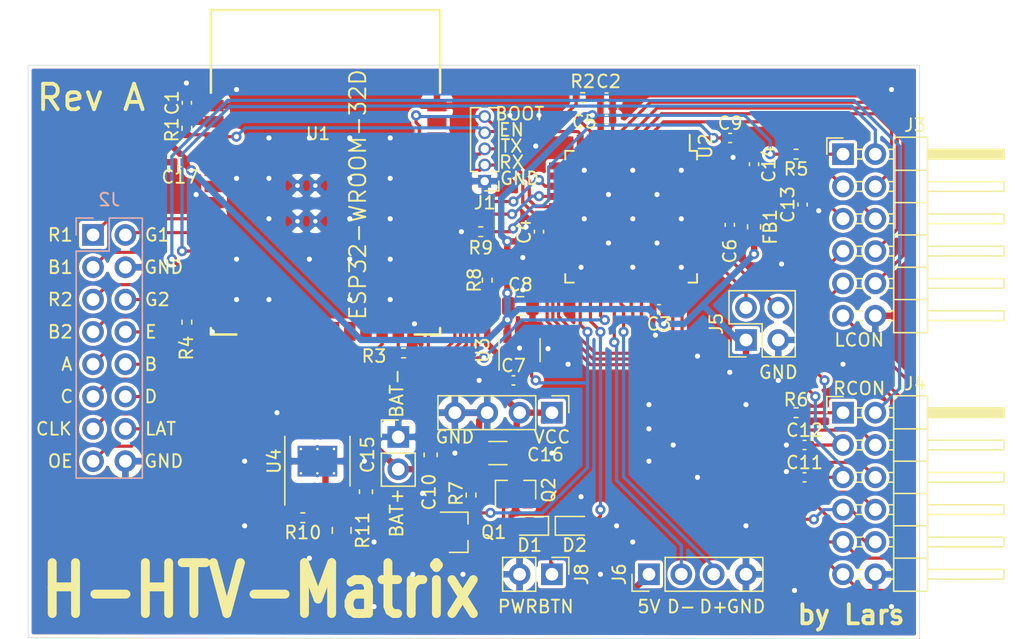
<source format=kicad_pcb>
(kicad_pcb (version 20171130) (host pcbnew 5.1.10-88a1d61d58~88~ubuntu18.04.1)
  (layers (0 F.Cu signal) (31 B.Cu signal) (34 B.Paste user) (35 F.Paste user) (36 B.SilkS user) (37 F.SilkS user) (38 B.Mask user) (39 F.Mask user) (44 Edge.Cuts user))
  (net 0 "")
  (net 1 VCC)
  (net 2 /ESP_BOOT)
  (net 3 /ESP_EN)
  (net 4 /HUB75_R1)
  (net 5 /HUB75_G1)
  (net 6 /HUB75_B1)
  (net 7 /HUB75_R2)
  (net 8 /HUB75_G2)
  (net 9 /HUB75_B2)
  (net 10 /HUB75_E)
  (net 11 /HUB75_A)
  (net 12 /HUB75_C)
  (net 13 /HUB75_D)
  (net 14 /HUB75_CLK)
  (net 15 /HUB75_LAT)
  (net 16 /HUB75_OE)
  (net 17 /ATX_CS)
  (net 18 /ATX_SCK)
  (net 19 /ATX_MISO)
  (net 20 /ATX_MOSI)
  (net 21 "Net-(C6-Pad2)")
  (net 22 /LCON_BM_C)
  (net 23 /LCON_BM_2)
  (net 24 /LCON_BM_B)
  (net 25 /LCON_BM_1)
  (net 26 /LCON_BM_A)
  (net 27 /LCON_JB)
  (net 28 /LCON_Y)
  (net 29 /LCON_SPEZ)
  (net 30 /LCON_X)
  (net 31 /LCON_AUD)
  (net 32 "Net-(J3-Pad1)")
  (net 33 /RCON_BM_2)
  (net 34 /RCON_BM_1)
  (net 35 /RCON_JB)
  (net 36 /RCON_Y)
  (net 37 /RCON_SPEZ)
  (net 38 /RCON_X)
  (net 39 /RCON_AUD)
  (net 40 "Net-(J4-Pad1)")
  (net 41 /PDI_CLK)
  (net 42 /PDI_DATA)
  (net 43 -BATT)
  (net 44 "Net-(D1-Pad2)")
  (net 45 "Net-(D1-Pad1)")
  (net 46 +BATT)
  (net 47 /PWRBTN_IN)
  (net 48 /KEEPALIVE)
  (net 49 +VSW)
  (net 50 /USB_D+)
  (net 51 /USB_D-)
  (net 52 /USB_VCC)
  (net 53 /BATT_MEAS)
  (net 54 /BATT_NCHRG)
  (net 55 "Net-(J6-Pad1)")
  (net 56 "Net-(R10-Pad1)")
  (module Capacitor_SMD:C_0805_2012Metric (layer F.Cu) (at 148.656 58.928)
    (fp_text reference C8 (at 0 -1.68) (layer F.SilkS))
    (fp_text value 10u)
    (pad 2 smd roundrect (at 0.95 0) (size 1 1.45) (layers F.Cu F.Paste F.Mask) (net 43 -BATT))
    (pad 1 smd roundrect (at -0.95 0) (size 1 1.45) (layers F.Cu F.Paste F.Mask) (net 1 VCC))
  )
  (module Capacitor_SMD:C_0402_1005Metric (layer F.Cu) (at 121.92 47.625 180)
    (fp_text reference C17 (at 0 -1.16) (layer F.SilkS))
    (fp_text value 10u)
    (pad 2 smd roundrect (at 0.48 0 180) (size 0.56 0.62) (layers F.Cu F.Paste F.Mask) (net 43 -BATT))
    (pad 1 smd roundrect (at -0.48 0 180) (size 0.56 0.62) (layers F.Cu F.Paste F.Mask) (net 1 VCC))
  )
  (module Capacitor_SMD:C_1206_3216Metric (layer F.Cu) (at 146.89 70.485 180)
    (fp_text reference C16 (at -3.732 -0.127) (layer F.SilkS))
    (fp_text value 22u)
    (pad 2 smd roundrect (at 1.475 0 180) (size 1.15 1.8) (layers F.Cu F.Paste F.Mask) (roundrect_rratio 0.217391) (net 43 -BATT))
    (pad 1 smd roundrect (at -1.475 0 180) (size 1.15 1.8) (layers F.Cu F.Paste F.Mask) (roundrect_rratio 0.217391) (net 49 +VSW))
  )
  (module Capacitor_SMD:C_0603_1608Metric (layer F.Cu) (at 136.525 73.52 90)
    (fp_text reference C15 (at 2.908 0.127 90) (layer F.SilkS))
    (fp_text value 10u)
    (pad 2 smd roundrect (at 0.775 0 90) (size 0.9 0.95) (layers F.Cu F.Paste F.Mask) (net 43 -BATT))
    (pad 1 smd roundrect (at -0.775 0 90) (size 0.9 0.95) (layers F.Cu F.Paste F.Mask) (net 52 /USB_VCC))
  )
  (module Resistor_SMD:R_0805_2012Metric (layer F.Cu) (at 134.62 76.5575 270)
    (fp_text reference R11 (at 0 -1.65 90) (layer F.SilkS))
    (fp_text value 0.27)
    (pad 2 smd roundrect (at 0.9125 0 270) (size 1.025 1.4) (layers F.Cu F.Paste F.Mask) (roundrect_rratio 0.243902) (net 55 "Net-(J6-Pad1)"))
    (pad 1 smd roundrect (at -0.9125 0 270) (size 1.025 1.4) (layers F.Cu F.Paste F.Mask) (roundrect_rratio 0.243902) (net 52 /USB_VCC))
  )
  (module Package_SO:HSOP-8-1EP_3.9x4.9mm_P1.27mm_EP2.41x3.1mm_ThermalVias (layer F.Cu) (at 132.715 71.12 90)
    (fp_text reference U4 (at 0 -3.4 90) (layer F.SilkS))
    (fp_text value TP4056)
    (pad 9 smd rect (at 0 0 90) (size 2.41 3.1) (layers B.Cu) (net 43 -BATT))
    (pad 9 thru_hole circle (at 0.955 1.3 90) (size 0.5 0.5) (drill 0.2) (layers *.Cu) (net 43 -BATT))
    (pad 9 thru_hole circle (at -0.955 1.3 90) (size 0.5 0.5) (drill 0.2) (layers *.Cu) (net 43 -BATT))
    (pad 9 thru_hole circle (at 0.955 0 90) (size 0.5 0.5) (drill 0.2) (layers *.Cu) (net 43 -BATT))
    (pad 9 thru_hole circle (at -0.955 0 90) (size 0.5 0.5) (drill 0.2) (layers *.Cu) (net 43 -BATT))
    (pad 9 thru_hole circle (at 0.955 -1.3 90) (size 0.5 0.5) (drill 0.2) (layers *.Cu) (net 43 -BATT))
    (pad 9 thru_hole circle (at -0.955 -1.3 90) (size 0.5 0.5) (drill 0.2) (layers *.Cu) (net 43 -BATT))
    (pad 9 smd rect (at 0 0 90) (size 2.41 3.1) (layers F.Cu F.Mask) (net 43 -BATT))
    (pad 8 smd roundrect (at 2.65 -1.905 90) (size 1.6 0.6) (layers F.Cu F.Paste F.Mask) (net 52 /USB_VCC))
    (pad 7 smd roundrect (at 2.65 -0.635 90) (size 1.6 0.6) (layers F.Cu F.Paste F.Mask) (net 54 /BATT_NCHRG))
    (pad 6 smd roundrect (at 2.65 0.635 90) (size 1.6 0.6) (layers F.Cu F.Paste F.Mask) (net 54 /BATT_NCHRG))
    (pad 5 smd roundrect (at 2.65 1.905 90) (size 1.6 0.6) (layers F.Cu F.Paste F.Mask) (net 46 +BATT))
    (pad 4 smd roundrect (at -2.65 1.905 90) (size 1.6 0.6) (layers F.Cu F.Paste F.Mask) (net 52 /USB_VCC))
    (pad 3 smd roundrect (at -2.65 0.635 90) (size 1.6 0.6) (layers F.Cu F.Paste F.Mask) (net 43 -BATT))
    (pad 2 smd roundrect (at -2.65 -0.635 90) (size 1.6 0.6) (layers F.Cu F.Paste F.Mask) (net 56 "Net-(R10-Pad1)"))
    (pad 1 smd roundrect (at -2.65 -1.905 90) (size 1.6 0.6) (layers F.Cu F.Paste F.Mask) (net 43 -BATT))
  )
  (module Capacitor_SMD:C_0402_1005Metric (layer F.Cu) (at 167.005 47.78 270)
    (fp_text reference C14 (at 0 -1.16 90) (layer F.SilkS))
    (fp_text value 100p)
    (pad 2 smd roundrect (at 0.48 0 270) (size 0.56 0.62) (layers F.Cu F.Paste F.Mask) (net 30 /LCON_X))
    (pad 1 smd roundrect (at -0.48 0 270) (size 0.56 0.62) (layers F.Cu F.Paste F.Mask) (net 43 -BATT))
  )
  (module Capacitor_SMD:C_0402_1005Metric (layer F.Cu) (at 170.815 50.955 90)
    (fp_text reference C13 (at 0 -1.16 90) (layer F.SilkS))
    (fp_text value 100p)
    (pad 2 smd roundrect (at 0.48 0 90) (size 0.56 0.62) (layers F.Cu F.Paste F.Mask) (net 28 /LCON_Y))
    (pad 1 smd roundrect (at -0.48 0 90) (size 0.56 0.62) (layers F.Cu F.Paste F.Mask) (net 43 -BATT))
  )
  (module Capacitor_SMD:C_0402_1005Metric (layer F.Cu) (at 170.97 69.85)
    (fp_text reference C12 (at 0 -1.16) (layer F.SilkS))
    (fp_text value 100p)
    (pad 2 smd roundrect (at 0.48 0) (size 0.56 0.62) (layers F.Cu F.Paste F.Mask) (net 38 /RCON_X))
    (pad 1 smd roundrect (at -0.48 0) (size 0.56 0.62) (layers F.Cu F.Paste F.Mask) (net 43 -BATT))
  )
  (module Capacitor_SMD:C_0402_1005Metric (layer F.Cu) (at 170.97 72.39)
    (fp_text reference C11 (at 0 -1.16) (layer F.SilkS))
    (fp_text value 100p)
    (pad 2 smd roundrect (at 0.48 0) (size 0.56 0.62) (layers F.Cu F.Paste F.Mask) (net 36 /RCON_Y))
    (pad 1 smd roundrect (at -0.48 0) (size 0.56 0.62) (layers F.Cu F.Paste F.Mask) (net 43 -BATT))
  )
  (module Capacitor_SMD:C_0603_1608Metric (layer F.Cu) (at 141.605 70.625 90)
    (fp_text reference C10 (at -2.921 -0.127 90) (layer F.SilkS))
    (fp_text value 10u)
    (pad 2 smd roundrect (at 0.775 0 90) (size 0.9 0.95) (layers F.Cu F.Paste F.Mask) (net 43 -BATT))
    (pad 1 smd roundrect (at -0.775 0 90) (size 0.9 0.95) (layers F.Cu F.Paste F.Mask) (net 46 +BATT))
  )
  (module Resistor_SMD:R_0402_1005Metric (layer F.Cu) (at 131.57 75.565 180)
    (fp_text reference R10 (at 0 -1.17) (layer F.SilkS))
    (fp_text value 1.5K)
    (pad 2 smd roundrect (at 0.51 0 180) (size 0.54 0.64) (layers F.Cu F.Paste F.Mask) (net 43 -BATT))
    (pad 1 smd roundrect (at -0.51 0 180) (size 0.54 0.64) (layers F.Cu F.Paste F.Mask) (net 56 "Net-(R10-Pad1)"))
  )
  (module Resistor_SMD:R_0402_1005Metric (layer F.Cu) (at 145.542 53.086)
    (fp_text reference R9 (at 0 1.27) (layer F.SilkS))
    (fp_text value 33K)
    (pad 2 smd roundrect (at 0.51 0) (size 0.54 0.64) (layers F.Cu F.Paste F.Mask) (net 53 /BATT_MEAS))
    (pad 1 smd roundrect (at -0.51 0) (size 0.54 0.64) (layers F.Cu F.Paste F.Mask) (net 43 -BATT))
  )
  (module Resistor_SMD:R_0402_1005Metric (layer F.Cu) (at 146.05 56.896 270)
    (fp_text reference R8 (at 0 1.016 90) (layer F.SilkS))
    (fp_text value 33K)
    (pad 2 smd roundrect (at 0.51 0 270) (size 0.54 0.64) (layers F.Cu F.Paste F.Mask) (net 49 +VSW))
    (pad 1 smd roundrect (at -0.51 0 270) (size 0.54 0.64) (layers F.Cu F.Paste F.Mask) (net 53 /BATT_MEAS))
  )
  (module Capacitor_SMD:C_0402_1005Metric (layer F.Cu) (at 165.128 45.72)
    (fp_text reference C9 (at 0 -1.16) (layer F.SilkS))
    (fp_text value 100p)
    (pad 2 smd roundrect (at 0.48 0) (size 0.56 0.62) (layers F.Cu F.Paste F.Mask) (net 43 -BATT))
    (pad 1 smd roundrect (at -0.48 0) (size 0.56 0.62) (layers F.Cu F.Paste F.Mask) (net 53 /BATT_MEAS))
  )
  (module Package_TO_SOT_SMD:SOT-23-5 (layer F.Cu) (at 148.59 62.4 90)
    (fp_text reference U3 (at 0 -2.9 90) (layer F.SilkS))
    (fp_text value LN1152)
    (pad 5 smd rect (at 1.1 -0.95 90) (size 1.06 0.65) (layers F.Cu F.Paste F.Mask) (net 1 VCC))
    (pad 4 smd rect (at 1.1 0.95 90) (size 1.06 0.65) (layers F.Cu F.Paste F.Mask))
    (pad 3 smd rect (at -1.1 0.95 90) (size 1.06 0.65) (layers F.Cu F.Paste F.Mask) (net 48 /KEEPALIVE))
    (pad 2 smd rect (at -1.1 0 90) (size 1.06 0.65) (layers F.Cu F.Paste F.Mask) (net 43 -BATT))
    (pad 1 smd rect (at -1.1 -0.95 90) (size 1.06 0.65) (layers F.Cu F.Paste F.Mask) (net 49 +VSW))
  )
  (module Capacitor_SMD:C_0402_1005Metric (layer F.Cu) (at 148.11 64.77)
    (fp_text reference C7 (at 0 -1.16) (layer F.SilkS))
    (fp_text value 1u)
    (pad 2 smd roundrect (at 0.48 0) (size 0.56 0.62) (layers F.Cu F.Paste F.Mask) (net 43 -BATT))
    (pad 1 smd roundrect (at -0.48 0) (size 0.56 0.62) (layers F.Cu F.Paste F.Mask) (net 49 +VSW))
  )
  (module Connector_PinHeader_2.54mm:PinHeader_1x04_P2.54mm_Vertical (layer F.Cu) (at 151.13 67.31 270)
    (fp_text reference J9 hide)
    (fp_text value Conn_01x04)
    (pad 4 thru_hole oval (at 0 7.62 270) (size 1.7 1.7) (drill 1) (layers *.Cu *.Mask) (net 43 -BATT))
    (pad 3 thru_hole oval (at 0 5.08 270) (size 1.7 1.7) (drill 1) (layers *.Cu *.Mask) (net 43 -BATT))
    (pad 2 thru_hole oval (at 0 2.54 270) (size 1.7 1.7) (drill 1) (layers *.Cu *.Mask) (net 49 +VSW))
    (pad 1 thru_hole rect (at 0 0 270) (size 1.7 1.7) (drill 1) (layers *.Cu *.Mask) (net 49 +VSW))
  )
  (module Connector_PinHeader_2.54mm:PinHeader_1x02_P2.54mm_Vertical (layer F.Cu) (at 151.13 80.01 270)
    (fp_text reference J8 (at 0 -2.33 90) (layer F.SilkS))
    (fp_text value Conn_01x02)
    (pad 2 thru_hole oval (at 0 2.54 270) (size 1.7 1.7) (drill 1) (layers *.Cu *.Mask) (net 43 -BATT))
    (pad 1 thru_hole rect (at 0 0 270) (size 1.7 1.7) (drill 1) (layers *.Cu *.Mask) (net 45 "Net-(D1-Pad1)"))
  )
  (module Connector_PinHeader_2.54mm:PinHeader_1x02_P2.54mm_Vertical (layer F.Cu) (at 139.065 69.215)
    (fp_text reference J7 hide)
    (fp_text value Conn_01x02)
    (pad 2 thru_hole oval (at 0 2.54) (size 1.7 1.7) (drill 1) (layers *.Cu *.Mask) (net 46 +BATT))
    (pad 1 thru_hole rect (at 0 0) (size 1.7 1.7) (drill 1) (layers *.Cu *.Mask) (net 43 -BATT))
  )
  (module Connector_PinHeader_2.54mm:PinHeader_1x04_P2.54mm_Vertical (layer F.Cu) (at 158.75 80.01 90)
    (fp_text reference J6 (at 0 -2.33 90) (layer F.SilkS))
    (fp_text value Conn_01x04)
    (pad 4 thru_hole oval (at 0 7.62 90) (size 1.7 1.7) (drill 1) (layers *.Cu *.Mask) (net 43 -BATT))
    (pad 3 thru_hole oval (at 0 5.08 90) (size 1.7 1.7) (drill 1) (layers *.Cu *.Mask) (net 50 /USB_D+))
    (pad 2 thru_hole oval (at 0 2.54 90) (size 1.7 1.7) (drill 1) (layers *.Cu *.Mask) (net 51 /USB_D-))
    (pad 1 thru_hole rect (at 0 0 90) (size 1.7 1.7) (drill 1) (layers *.Cu *.Mask) (net 55 "Net-(J6-Pad1)"))
  )
  (module Package_TO_SOT_SMD:SOT-23 (layer F.Cu) (at 143.78 76.708)
    (fp_text reference Q1 (at 2.778 0) (layer F.SilkS))
    (fp_text value BSS123)
    (pad 3 smd rect (at 1 0) (size 0.9 0.8) (layers F.Cu F.Paste F.Mask) (net 44 "Net-(D1-Pad2)"))
    (pad 2 smd rect (at -1 0.95) (size 0.9 0.8) (layers F.Cu F.Paste F.Mask) (net 43 -BATT))
    (pad 1 smd rect (at -1 -0.95) (size 0.9 0.8) (layers F.Cu F.Paste F.Mask) (net 48 /KEEPALIVE))
  )
  (module Resistor_SMD:R_0402_1005Metric (layer F.Cu) (at 144.78 73.785 90)
    (fp_text reference R7 (at 0.125 -1.17 90) (layer F.SilkS))
    (fp_text value 100K)
    (pad 2 smd roundrect (at 0.51 0 90) (size 0.54 0.64) (layers F.Cu F.Paste F.Mask) (net 46 +BATT))
    (pad 1 smd roundrect (at -0.51 0 90) (size 0.54 0.64) (layers F.Cu F.Paste F.Mask) (net 44 "Net-(D1-Pad2)"))
  )
  (module Package_TO_SOT_SMD:SOT-23 (layer F.Cu) (at 148.275 73.39 90)
    (fp_text reference Q2 (at 0 2.601 90) (layer F.SilkS))
    (fp_text value AO3401A)
    (pad 3 smd rect (at 1 0 90) (size 0.9 0.8) (layers F.Cu F.Paste F.Mask) (net 49 +VSW))
    (pad 2 smd rect (at -1 0.95 90) (size 0.9 0.8) (layers F.Cu F.Paste F.Mask) (net 46 +BATT))
    (pad 1 smd rect (at -1 -0.95 90) (size 0.9 0.8) (layers F.Cu F.Paste F.Mask) (net 44 "Net-(D1-Pad2)"))
  )
  (module Diode_SMD:D_0603_1608Metric (layer F.Cu) (at 152.8825 76.2)
    (fp_text reference D2 (at 0.0255 1.524) (layer F.SilkS))
    (fp_text value D)
    (pad 2 smd roundrect (at 0.7875 0) (size 0.875 0.95) (layers F.Cu F.Paste F.Mask) (net 47 /PWRBTN_IN))
    (pad 1 smd roundrect (at -0.7875 0) (size 0.875 0.95) (layers F.Cu F.Paste F.Mask) (net 45 "Net-(D1-Pad1)"))
  )
  (module Diode_SMD:D_0603_1608Metric (layer F.Cu) (at 149.3775 76.2 180)
    (fp_text reference D1 (at 0 -1.524) (layer F.SilkS))
    (fp_text value D)
    (pad 2 smd roundrect (at 0.7875 0 180) (size 0.875 0.95) (layers F.Cu F.Paste F.Mask) (net 44 "Net-(D1-Pad2)"))
    (pad 1 smd roundrect (at -0.7875 0 180) (size 0.875 0.95) (layers F.Cu F.Paste F.Mask) (net 45 "Net-(D1-Pad1)"))
  )
  (module HTV-mcu:ESP32-WROOM-32E (layer F.Cu) (at 133.35 50.165)
    (fp_text reference U1 (at -0.59 -4.78) (layer F.SilkS) (effects (font (size 0.95 0.95))))
    (fp_text value ESP32-WROOM-32D (at 2.54 0 90) (layer F.SilkS) (effects (font (size 1.27 1.27))))
    (pad 39 thru_hole circle (at -0.8 2.1) (size 0.858 0.858) (drill 0.35) (layers *.Cu *.Mask) (net 43 -BATT))
    (pad 39 thru_hole circle (at -2.2 2.1) (size 0.858 0.858) (drill 0.35) (layers *.Cu *.Mask) (net 43 -BATT))
    (pad 39 thru_hole circle (at -2.2 -0.7) (size 0.858 0.858) (drill 0.35) (layers *.Cu *.Mask) (net 43 -BATT))
    (pad 39 thru_hole circle (at -0.8 -0.7) (size 0.858 0.858) (drill 0.35) (layers *.Cu *.Mask) (net 43 -BATT))
    (pad 39 smd rect (at -0.1 2.1) (size 0.9 0.9) (layers F.Cu F.Paste F.Mask) (net 43 -BATT))
    (pad 39 smd rect (at -1.5 2.1) (size 0.9 0.9) (layers F.Cu F.Paste F.Mask) (net 43 -BATT))
    (pad 39 smd rect (at -2.9 2.1) (size 0.9 0.9) (layers F.Cu F.Paste F.Mask) (net 43 -BATT))
    (pad 39 smd rect (at -2.9 0.7) (size 0.9 0.9) (layers F.Cu F.Paste F.Mask) (net 43 -BATT))
    (pad 39 smd rect (at -1.5 0.7) (size 0.9 0.9) (layers F.Cu F.Paste F.Mask) (net 43 -BATT))
    (pad 39 smd rect (at -0.1 0.7) (size 0.9 0.9) (layers F.Cu F.Paste F.Mask) (net 43 -BATT))
    (pad 39 smd rect (at -2.9 -0.7) (size 0.9 0.9) (layers F.Cu F.Paste F.Mask) (net 43 -BATT))
    (pad 39 smd rect (at -1.5 -0.7) (size 0.9 0.9) (layers F.Cu F.Paste F.Mask) (net 43 -BATT))
    (pad 39 smd rect (at -0.1 -0.7) (size 0.9 0.9) (layers F.Cu F.Paste F.Mask) (net 43 -BATT))
    (pad 38 smd rect (at 8.75 -6.985) (size 1.5 0.9) (layers F.Cu F.Paste F.Mask) (net 43 -BATT))
    (pad 37 smd rect (at 8.75 -5.715) (size 1.5 0.9) (layers F.Cu F.Paste F.Mask))
    (pad 36 smd rect (at 8.75 -4.445) (size 1.5 0.9) (layers F.Cu F.Paste F.Mask))
    (pad 35 smd rect (at 8.75 -3.175) (size 1.5 0.9) (layers F.Cu F.Paste F.Mask) (net 19 /ATX_MISO))
    (pad 34 smd rect (at 8.75 -1.905) (size 1.5 0.9) (layers F.Cu F.Paste F.Mask) (net 18 /ATX_SCK))
    (pad 33 smd rect (at 8.75 -0.635) (size 1.5 0.9) (layers F.Cu F.Paste F.Mask) (net 17 /ATX_CS))
    (pad 32 smd rect (at 8.75 0.635) (size 1.5 0.9) (layers F.Cu F.Paste F.Mask))
    (pad 21 smd rect (at 1.905 10.75 90) (size 1.5 0.9) (layers F.Cu F.Paste F.Mask))
    (pad 22 smd rect (at 3.175 10.75 90) (size 1.5 0.9) (layers F.Cu F.Paste F.Mask))
    (pad 23 smd rect (at 4.445 10.75 90) (size 1.5 0.9) (layers F.Cu F.Paste F.Mask) (net 10 /HUB75_E))
    (pad 20 smd rect (at 0.635 10.75 90) (size 1.5 0.9) (layers F.Cu F.Paste F.Mask))
    (pad 19 smd rect (at -0.635 10.75 90) (size 1.5 0.9) (layers F.Cu F.Paste F.Mask))
    (pad 18 smd rect (at -1.905 10.75 90) (size 1.5 0.9) (layers F.Cu F.Paste F.Mask))
    (pad 1 smd rect (at -8.75 -6.985) (size 1.5 0.9) (layers F.Cu F.Paste F.Mask) (net 43 -BATT))
    (pad 2 smd rect (at -8.75 -5.715) (size 1.5 0.9) (layers F.Cu F.Paste F.Mask) (net 1 VCC))
    (pad 3 smd rect (at -8.75 -4.445) (size 1.5 0.9) (layers F.Cu F.Paste F.Mask) (net 3 /ESP_EN))
    (pad 16 smd rect (at -4.445 10.75 90) (size 1.5 0.9) (layers F.Cu F.Paste F.Mask) (net 9 /HUB75_B2))
    (pad 15 smd rect (at -5.715 10.75 90) (size 1.5 0.9) (layers F.Cu F.Paste F.Mask) (net 43 -BATT))
    (pad 14 smd rect (at -8.75 9.525) (size 1.5 0.9) (layers F.Cu F.Paste F.Mask) (net 8 /HUB75_G2))
    (pad 13 smd rect (at -8.75 8.255) (size 1.5 0.9) (layers F.Cu F.Paste F.Mask) (net 7 /HUB75_R2))
    (pad 12 smd rect (at -8.75 6.985) (size 1.5 0.9) (layers F.Cu F.Paste F.Mask) (net 6 /HUB75_B1))
    (pad 17 smd rect (at -3.175 10.75 90) (size 1.5 0.9) (layers F.Cu F.Paste F.Mask))
    (pad 31 smd rect (at 8.75 1.905) (size 1.5 0.9) (layers F.Cu F.Paste F.Mask) (net 20 /ATX_MOSI))
    (pad 30 smd rect (at 8.75 3.175) (size 1.5 0.9) (layers F.Cu F.Paste F.Mask) (net 16 /HUB75_OE))
    (pad 29 smd rect (at 8.75 4.445) (size 1.5 0.9) (layers F.Cu F.Paste F.Mask) (net 15 /HUB75_LAT))
    (pad 28 smd rect (at 8.75 5.715) (size 1.5 0.9) (layers F.Cu F.Paste F.Mask) (net 14 /HUB75_CLK))
    (pad 27 smd rect (at 8.75 6.985) (size 1.5 0.9) (layers F.Cu F.Paste F.Mask) (net 13 /HUB75_D))
    (pad 26 smd rect (at 8.75 8.255) (size 1.5 0.9) (layers F.Cu F.Paste F.Mask) (net 12 /HUB75_C))
    (pad 25 smd rect (at 8.75 9.525) (size 1.5 0.9) (layers F.Cu F.Paste F.Mask) (net 2 /ESP_BOOT))
    (pad 24 smd rect (at 5.715 10.75 90) (size 1.5 0.9) (layers F.Cu F.Paste F.Mask) (net 11 /HUB75_A))
    (pad 11 smd rect (at -8.75 5.715) (size 1.5 0.9) (layers F.Cu F.Paste F.Mask) (net 39 /RCON_AUD))
    (pad 10 smd rect (at -8.75 4.445) (size 1.5 0.9) (layers F.Cu F.Paste F.Mask) (net 31 /LCON_AUD))
    (pad 9 smd rect (at -8.75 3.175) (size 1.5 0.9) (layers F.Cu F.Paste F.Mask) (net 5 /HUB75_G1))
    (pad 8 smd rect (at -8.75 1.905) (size 1.5 0.9) (layers F.Cu F.Paste F.Mask) (net 4 /HUB75_R1))
    (pad 7 smd rect (at -8.75 0.635) (size 1.5 0.9) (layers F.Cu F.Paste F.Mask))
    (pad 6 smd rect (at -8.75 -0.635) (size 1.5 0.9) (layers F.Cu F.Paste F.Mask))
    (pad 5 smd rect (at -8.75 -1.905) (size 1.5 0.9) (layers F.Cu F.Paste F.Mask))
    (pad 4 smd rect (at -8.75 -3.175) (size 1.5 0.9) (layers F.Cu F.Paste F.Mask))
  )
  (module Connector_PinHeader_2.54mm:PinHeader_2x02_P2.54mm_Vertical (layer F.Cu) (at 166.37 61.595 90)
    (fp_text reference J5 (at 1.27 -2.33 90) (layer F.SilkS))
    (fp_text value Conn_02x02_Odd_Even)
    (pad 4 thru_hole oval (at 2.54 2.54 90) (size 1.7 1.7) (drill 1) (layers *.Cu *.Mask) (net 41 /PDI_CLK))
    (pad 3 thru_hole oval (at 0 2.54 90) (size 1.7 1.7) (drill 1) (layers *.Cu *.Mask) (net 43 -BATT))
    (pad 2 thru_hole oval (at 2.54 0 90) (size 1.7 1.7) (drill 1) (layers *.Cu *.Mask) (net 42 /PDI_DATA))
    (pad 1 thru_hole rect (at 0 0 90) (size 1.7 1.7) (drill 1) (layers *.Cu *.Mask) (net 1 VCC))
  )
  (module Resistor_SMD:R_0402_1005Metric (layer F.Cu) (at 170.305 67.31 180)
    (fp_text reference R6 (at 0 1.016) (layer F.SilkS))
    (fp_text value 3.3K)
    (pad 2 smd roundrect (at 0.51 0 180) (size 0.54 0.64) (layers F.Cu F.Paste F.Mask) (net 1 VCC))
    (pad 1 smd roundrect (at -0.51 0 180) (size 0.54 0.64) (layers F.Cu F.Paste F.Mask) (net 40 "Net-(J4-Pad1)"))
  )
  (module Resistor_SMD:R_0402_1005Metric (layer F.Cu) (at 170.305 46.99 180)
    (fp_text reference R5 (at 0 -1.17) (layer F.SilkS))
    (fp_text value 3.3K)
    (pad 2 smd roundrect (at 0.51 0 180) (size 0.54 0.64) (layers F.Cu F.Paste F.Mask) (net 1 VCC))
    (pad 1 smd roundrect (at -0.51 0 180) (size 0.54 0.64) (layers F.Cu F.Paste F.Mask) (net 32 "Net-(J3-Pad1)"))
  )
  (module Connector_PinHeader_2.54mm:PinHeader_2x06_P2.54mm_Horizontal (layer F.Cu) (at 173.99 67.31)
    (fp_text reference J4 (at 5.655 -2.27) (layer F.SilkS))
    (fp_text value Conn_02x06_Odd_Even)
    (pad 12 thru_hole oval (at 2.54 12.7) (size 1.7 1.7) (drill 1) (layers *.Cu *.Mask) (net 43 -BATT))
    (pad 11 thru_hole oval (at 0 12.7) (size 1.7 1.7) (drill 1) (layers *.Cu *.Mask) (net 22 /LCON_BM_C))
    (pad 10 thru_hole oval (at 2.54 10.16) (size 1.7 1.7) (drill 1) (layers *.Cu *.Mask) (net 33 /RCON_BM_2))
    (pad 9 thru_hole oval (at 0 10.16) (size 1.7 1.7) (drill 1) (layers *.Cu *.Mask) (net 24 /LCON_BM_B))
    (pad 8 thru_hole oval (at 2.54 7.62) (size 1.7 1.7) (drill 1) (layers *.Cu *.Mask) (net 34 /RCON_BM_1))
    (pad 7 thru_hole oval (at 0 7.62) (size 1.7 1.7) (drill 1) (layers *.Cu *.Mask) (net 26 /LCON_BM_A))
    (pad 6 thru_hole oval (at 2.54 5.08) (size 1.7 1.7) (drill 1) (layers *.Cu *.Mask) (net 35 /RCON_JB))
    (pad 5 thru_hole oval (at 0 5.08) (size 1.7 1.7) (drill 1) (layers *.Cu *.Mask) (net 36 /RCON_Y))
    (pad 4 thru_hole oval (at 2.54 2.54) (size 1.7 1.7) (drill 1) (layers *.Cu *.Mask) (net 37 /RCON_SPEZ))
    (pad 3 thru_hole oval (at 0 2.54) (size 1.7 1.7) (drill 1) (layers *.Cu *.Mask) (net 38 /RCON_X))
    (pad 2 thru_hole oval (at 2.54 0) (size 1.7 1.7) (drill 1) (layers *.Cu *.Mask) (net 39 /RCON_AUD))
    (pad 1 thru_hole rect (at 0 0) (size 1.7 1.7) (drill 1) (layers *.Cu *.Mask) (net 40 "Net-(J4-Pad1)"))
  )
  (module Connector_PinHeader_2.54mm:PinHeader_2x06_P2.54mm_Horizontal (layer F.Cu) (at 173.99 46.99)
    (fp_text reference J3 (at 5.655 -2.27) (layer F.SilkS))
    (fp_text value Conn_02x06_Odd_Even)
    (pad 12 thru_hole oval (at 2.54 12.7) (size 1.7 1.7) (drill 1) (layers *.Cu *.Mask) (net 43 -BATT))
    (pad 11 thru_hole oval (at 0 12.7) (size 1.7 1.7) (drill 1) (layers *.Cu *.Mask) (net 22 /LCON_BM_C))
    (pad 10 thru_hole oval (at 2.54 10.16) (size 1.7 1.7) (drill 1) (layers *.Cu *.Mask) (net 23 /LCON_BM_2))
    (pad 9 thru_hole oval (at 0 10.16) (size 1.7 1.7) (drill 1) (layers *.Cu *.Mask) (net 24 /LCON_BM_B))
    (pad 8 thru_hole oval (at 2.54 7.62) (size 1.7 1.7) (drill 1) (layers *.Cu *.Mask) (net 25 /LCON_BM_1))
    (pad 7 thru_hole oval (at 0 7.62) (size 1.7 1.7) (drill 1) (layers *.Cu *.Mask) (net 26 /LCON_BM_A))
    (pad 6 thru_hole oval (at 2.54 5.08) (size 1.7 1.7) (drill 1) (layers *.Cu *.Mask) (net 27 /LCON_JB))
    (pad 5 thru_hole oval (at 0 5.08) (size 1.7 1.7) (drill 1) (layers *.Cu *.Mask) (net 28 /LCON_Y))
    (pad 4 thru_hole oval (at 2.54 2.54) (size 1.7 1.7) (drill 1) (layers *.Cu *.Mask) (net 29 /LCON_SPEZ))
    (pad 3 thru_hole oval (at 0 2.54) (size 1.7 1.7) (drill 1) (layers *.Cu *.Mask) (net 30 /LCON_X))
    (pad 2 thru_hole oval (at 2.54 0) (size 1.7 1.7) (drill 1) (layers *.Cu *.Mask) (net 31 /LCON_AUD))
    (pad 1 thru_hole rect (at 0 0) (size 1.7 1.7) (drill 1) (layers *.Cu *.Mask) (net 32 "Net-(J3-Pad1)"))
  )
  (module Connector_PinSocket_2.54mm:PinSocket_2x08_P2.54mm_Vertical (layer B.Cu) (at 115.095 53.34 180)
    (fp_text reference J2 (at -1.27 2.77) (layer B.SilkS) (effects (justify mirror)))
    (fp_text value Conn_02x08_Odd_Even)
    (pad 16 thru_hole oval (at -2.54 -17.78 180) (size 1.7 1.7) (drill 1) (layers *.Cu *.Mask) (net 43 -BATT))
    (pad 15 thru_hole oval (at 0 -17.78 180) (size 1.7 1.7) (drill 1) (layers *.Cu *.Mask) (net 16 /HUB75_OE))
    (pad 14 thru_hole oval (at -2.54 -15.24 180) (size 1.7 1.7) (drill 1) (layers *.Cu *.Mask) (net 15 /HUB75_LAT))
    (pad 13 thru_hole oval (at 0 -15.24 180) (size 1.7 1.7) (drill 1) (layers *.Cu *.Mask) (net 14 /HUB75_CLK))
    (pad 12 thru_hole oval (at -2.54 -12.7 180) (size 1.7 1.7) (drill 1) (layers *.Cu *.Mask) (net 13 /HUB75_D))
    (pad 11 thru_hole oval (at 0 -12.7 180) (size 1.7 1.7) (drill 1) (layers *.Cu *.Mask) (net 12 /HUB75_C))
    (pad 10 thru_hole oval (at -2.54 -10.16 180) (size 1.7 1.7) (drill 1) (layers *.Cu *.Mask) (net 2 /ESP_BOOT))
    (pad 9 thru_hole oval (at 0 -10.16 180) (size 1.7 1.7) (drill 1) (layers *.Cu *.Mask) (net 11 /HUB75_A))
    (pad 8 thru_hole oval (at -2.54 -7.62 180) (size 1.7 1.7) (drill 1) (layers *.Cu *.Mask) (net 10 /HUB75_E))
    (pad 7 thru_hole oval (at 0 -7.62 180) (size 1.7 1.7) (drill 1) (layers *.Cu *.Mask) (net 9 /HUB75_B2))
    (pad 6 thru_hole oval (at -2.54 -5.08 180) (size 1.7 1.7) (drill 1) (layers *.Cu *.Mask) (net 8 /HUB75_G2))
    (pad 5 thru_hole oval (at 0 -5.08 180) (size 1.7 1.7) (drill 1) (layers *.Cu *.Mask) (net 7 /HUB75_R2))
    (pad 4 thru_hole oval (at -2.54 -2.54 180) (size 1.7 1.7) (drill 1) (layers *.Cu *.Mask) (net 43 -BATT))
    (pad 3 thru_hole oval (at 0 -2.54 180) (size 1.7 1.7) (drill 1) (layers *.Cu *.Mask) (net 6 /HUB75_B1))
    (pad 2 thru_hole oval (at -2.54 0 180) (size 1.7 1.7) (drill 1) (layers *.Cu *.Mask) (net 5 /HUB75_G1))
    (pad 1 thru_hole rect (at 0 0 180) (size 1.7 1.7) (drill 1) (layers *.Cu *.Mask) (net 4 /HUB75_R1))
  )
  (module Inductor_SMD:L_0603_1608Metric (layer F.Cu) (at 167.005 52.705 90)
    (fp_text reference FB1 (at 0 1.27 90) (layer F.SilkS))
    (fp_text value Ferrite_Bead)
    (pad 2 smd roundrect (at 0.7875 0 90) (size 0.875 0.95) (layers F.Cu F.Paste F.Mask) (net 21 "Net-(C6-Pad2)"))
    (pad 1 smd roundrect (at -0.7875 0 90) (size 0.875 0.95) (layers F.Cu F.Paste F.Mask) (net 1 VCC))
  )
  (module Capacitor_SMD:C_0402_1005Metric (layer F.Cu) (at 165.1 52.55 90)
    (fp_text reference C6 (at -2.06 0 90) (layer F.SilkS))
    (fp_text value 1u)
    (pad 2 smd roundrect (at 0.48 0 90) (size 0.56 0.62) (layers F.Cu F.Paste F.Mask) (net 21 "Net-(C6-Pad2)"))
    (pad 1 smd roundrect (at -0.48 0 90) (size 0.56 0.62) (layers F.Cu F.Paste F.Mask) (net 43 -BATT))
  )
  (module Capacitor_SMD:C_0402_1005Metric (layer F.Cu) (at 155.42 44.29)
    (fp_text reference C5 (at -1.75 0.16) (layer F.SilkS))
    (fp_text value 100n)
    (pad 2 smd roundrect (at 0.48 0) (size 0.56 0.62) (layers F.Cu F.Paste F.Mask) (net 43 -BATT))
    (pad 1 smd roundrect (at -0.48 0) (size 0.56 0.62) (layers F.Cu F.Paste F.Mask) (net 1 VCC))
  )
  (module Capacitor_SMD:C_0402_1005Metric (layer F.Cu) (at 150.114 53.086 90)
    (fp_text reference C4 (at 0 -1.16 90) (layer F.SilkS))
    (fp_text value 100n)
    (pad 2 smd roundrect (at 0.48 0 90) (size 0.56 0.62) (layers F.Cu F.Paste F.Mask) (net 43 -BATT))
    (pad 1 smd roundrect (at -0.48 0 90) (size 0.56 0.62) (layers F.Cu F.Paste F.Mask) (net 1 VCC))
  )
  (module Capacitor_SMD:C_0402_1005Metric (layer F.Cu) (at 159.54 59.182 180)
    (fp_text reference C3 (at 0 -1.16) (layer F.SilkS))
    (fp_text value 100n)
    (pad 2 smd roundrect (at 0.48 0 180) (size 0.56 0.62) (layers F.Cu F.Paste F.Mask) (net 43 -BATT))
    (pad 1 smd roundrect (at -0.48 0 180) (size 0.56 0.62) (layers F.Cu F.Paste F.Mask) (net 1 VCC))
  )
  (module Capacitor_SMD:C_0402_1005Metric (layer F.Cu) (at 155.42 42.545)
    (fp_text reference C2 (at 0.155 -1.27) (layer F.SilkS))
    (fp_text value 1u)
    (pad 2 smd roundrect (at 0.48 0) (size 0.56 0.62) (layers F.Cu F.Paste F.Mask) (net 43 -BATT))
    (pad 1 smd roundrect (at -0.48 0) (size 0.56 0.62) (layers F.Cu F.Paste F.Mask) (net 1 VCC))
  )
  (module Package_QFP:TQFP-44_10x10mm_P0.8mm (layer F.Cu) (at 157.353 51.91 270)
    (fp_text reference U2 (at -5.555 -5.842 90) (layer F.SilkS))
    (fp_text value ATxmega128A4U-AU)
    (pad 1 smd rect (at -5.7 -4 270) (size 1.5 0.55) (layers F.Cu F.Paste F.Mask) (net 53 /BATT_MEAS))
    (pad 2 smd rect (at -5.7 -3.2 270) (size 1.5 0.55) (layers F.Cu F.Paste F.Mask))
    (pad 3 smd rect (at -5.7 -2.4 270) (size 1.5 0.55) (layers F.Cu F.Paste F.Mask))
    (pad 4 smd rect (at -5.7 -1.6 270) (size 1.5 0.55) (layers F.Cu F.Paste F.Mask) (net 27 /LCON_JB))
    (pad 5 smd rect (at -5.7 -0.8 270) (size 1.5 0.55) (layers F.Cu F.Paste F.Mask) (net 29 /LCON_SPEZ))
    (pad 6 smd rect (at -5.7 0 270) (size 1.5 0.55) (layers F.Cu F.Paste F.Mask) (net 25 /LCON_BM_1))
    (pad 7 smd rect (at -5.7 0.8 270) (size 1.5 0.55) (layers F.Cu F.Paste F.Mask) (net 23 /LCON_BM_2))
    (pad 8 smd rect (at -5.7 1.6 270) (size 1.5 0.55) (layers F.Cu F.Paste F.Mask) (net 43 -BATT))
    (pad 9 smd rect (at -5.7 2.4 270) (size 1.5 0.55) (layers F.Cu F.Paste F.Mask) (net 1 VCC))
    (pad 10 smd rect (at -5.7 3.2 270) (size 1.5 0.55) (layers F.Cu F.Paste F.Mask) (net 2 /ESP_BOOT))
    (pad 11 smd rect (at -5.7 4 270) (size 1.5 0.55) (layers F.Cu F.Paste F.Mask) (net 3 /ESP_EN))
    (pad 12 smd rect (at -4 5.7) (size 1.5 0.55) (layers F.Cu F.Paste F.Mask))
    (pad 13 smd rect (at -3.2 5.7) (size 1.5 0.55) (layers F.Cu F.Paste F.Mask))
    (pad 14 smd rect (at -2.4 5.7) (size 1.5 0.55) (layers F.Cu F.Paste F.Mask) (net 17 /ATX_CS))
    (pad 15 smd rect (at -1.6 5.7) (size 1.5 0.55) (layers F.Cu F.Paste F.Mask) (net 20 /ATX_MOSI))
    (pad 16 smd rect (at -0.8 5.7) (size 1.5 0.55) (layers F.Cu F.Paste F.Mask) (net 19 /ATX_MISO))
    (pad 17 smd rect (at 0 5.7) (size 1.5 0.55) (layers F.Cu F.Paste F.Mask) (net 18 /ATX_SCK))
    (pad 18 smd rect (at 0.8 5.7) (size 1.5 0.55) (layers F.Cu F.Paste F.Mask) (net 43 -BATT))
    (pad 19 smd rect (at 1.6 5.7) (size 1.5 0.55) (layers F.Cu F.Paste F.Mask) (net 1 VCC))
    (pad 20 smd rect (at 2.4 5.7) (size 1.5 0.55) (layers F.Cu F.Paste F.Mask) (net 22 /LCON_BM_C))
    (pad 21 smd rect (at 3.2 5.7) (size 1.5 0.55) (layers F.Cu F.Paste F.Mask) (net 24 /LCON_BM_B))
    (pad 22 smd rect (at 4 5.7) (size 1.5 0.55) (layers F.Cu F.Paste F.Mask) (net 26 /LCON_BM_A))
    (pad 23 smd rect (at 5.7 4 270) (size 1.5 0.55) (layers F.Cu F.Paste F.Mask) (net 48 /KEEPALIVE))
    (pad 24 smd rect (at 5.7 3.2 270) (size 1.5 0.55) (layers F.Cu F.Paste F.Mask) (net 47 /PWRBTN_IN))
    (pad 25 smd rect (at 5.7 2.4 270) (size 1.5 0.55) (layers F.Cu F.Paste F.Mask) (net 54 /BATT_NCHRG))
    (pad 26 smd rect (at 5.7 1.6 270) (size 1.5 0.55) (layers F.Cu F.Paste F.Mask) (net 51 /USB_D-))
    (pad 27 smd rect (at 5.7 0.8 270) (size 1.5 0.55) (layers F.Cu F.Paste F.Mask) (net 50 /USB_D+))
    (pad 28 smd rect (at 5.7 0 270) (size 1.5 0.55) (layers F.Cu F.Paste F.Mask) (net 33 /RCON_BM_2))
    (pad 29 smd rect (at 5.7 -0.8 270) (size 1.5 0.55) (layers F.Cu F.Paste F.Mask) (net 34 /RCON_BM_1))
    (pad 30 smd rect (at 5.7 -1.6 270) (size 1.5 0.55) (layers F.Cu F.Paste F.Mask) (net 43 -BATT))
    (pad 31 smd rect (at 5.7 -2.4 270) (size 1.5 0.55) (layers F.Cu F.Paste F.Mask) (net 1 VCC))
    (pad 32 smd rect (at 5.7 -3.2 270) (size 1.5 0.55) (layers F.Cu F.Paste F.Mask) (net 35 /RCON_JB))
    (pad 33 smd rect (at 5.7 -4 270) (size 1.5 0.55) (layers F.Cu F.Paste F.Mask) (net 37 /RCON_SPEZ))
    (pad 34 smd rect (at 4 -5.7) (size 1.5 0.55) (layers F.Cu F.Paste F.Mask) (net 42 /PDI_DATA))
    (pad 35 smd rect (at 3.2 -5.7) (size 1.5 0.55) (layers F.Cu F.Paste F.Mask) (net 41 /PDI_CLK))
    (pad 36 smd rect (at 2.4 -5.7) (size 1.5 0.55) (layers F.Cu F.Paste F.Mask))
    (pad 37 smd rect (at 1.6 -5.7) (size 1.5 0.55) (layers F.Cu F.Paste F.Mask))
    (pad 38 smd rect (at 0.8 -5.7) (size 1.5 0.55) (layers F.Cu F.Paste F.Mask) (net 43 -BATT))
    (pad 39 smd rect (at 0 -5.7) (size 1.5 0.55) (layers F.Cu F.Paste F.Mask) (net 21 "Net-(C6-Pad2)"))
    (pad 40 smd rect (at -0.8 -5.7) (size 1.5 0.55) (layers F.Cu F.Paste F.Mask) (net 36 /RCON_Y))
    (pad 41 smd rect (at -1.6 -5.7) (size 1.5 0.55) (layers F.Cu F.Paste F.Mask) (net 38 /RCON_X))
    (pad 42 smd rect (at -2.4 -5.7) (size 1.5 0.55) (layers F.Cu F.Paste F.Mask) (net 28 /LCON_Y))
    (pad 43 smd rect (at -3.2 -5.7) (size 1.5 0.55) (layers F.Cu F.Paste F.Mask) (net 30 /LCON_X))
    (pad 44 smd rect (at -4 -5.7) (size 1.5 0.55) (layers F.Cu F.Paste F.Mask))
  )
  (module Connector_PinHeader_1.27mm:PinHeader_1x05_P1.27mm_Vertical (layer F.Cu) (at 145.851 49.116 180)
    (fp_text reference J1 (at 0 -1.695) (layer F.SilkS))
    (fp_text value Conn_01x05)
    (pad 5 thru_hole oval (at 0 5.08 180) (size 1 1) (drill 0.65) (layers *.Cu *.Mask) (net 2 /ESP_BOOT))
    (pad 4 thru_hole oval (at 0 3.81 180) (size 1 1) (drill 0.65) (layers *.Cu *.Mask) (net 3 /ESP_EN))
    (pad 3 thru_hole oval (at 0 2.54 180) (size 1 1) (drill 0.65) (layers *.Cu *.Mask) (net 19 /ATX_MISO))
    (pad 2 thru_hole oval (at 0 1.27 180) (size 1 1) (drill 0.65) (layers *.Cu *.Mask) (net 18 /ATX_SCK))
    (pad 1 thru_hole rect (at 0 0 180) (size 1 1) (drill 0.65) (layers *.Cu *.Mask) (net 43 -BATT))
  )
  (module Capacitor_SMD:C_0402_1005Metric (layer F.Cu) (at 122.461 42.954 90)
    (fp_text reference C1 (at 0 -1.16 90) (layer F.SilkS))
    (fp_text value 1u)
    (pad 1 smd roundrect (at -0.48 0 90) (size 0.56 0.62) (layers F.Cu F.Paste F.Mask) (net 1 VCC))
    (pad 2 smd roundrect (at 0.48 0 90) (size 0.56 0.62) (layers F.Cu F.Paste F.Mask) (net 43 -BATT))
  )
  (module Resistor_SMD:R_0402_1005Metric (layer F.Cu) (at 122.461 44.956 270)
    (fp_text reference R1 (at 0.129 1.176 90) (layer F.SilkS))
    (fp_text value 33K)
    (pad 1 smd roundrect (at -0.51 0 270) (size 0.54 0.64) (layers F.Cu F.Paste F.Mask) (net 1 VCC))
    (pad 2 smd roundrect (at 0.51 0 270) (size 0.54 0.64) (layers F.Cu F.Paste F.Mask) (net 3 /ESP_EN))
  )
  (module Resistor_SMD:R_0402_1005Metric (layer F.Cu) (at 153.545 42.545 180)
    (fp_text reference R2 (at 0 1.27) (layer F.SilkS))
    (fp_text value 33K)
    (pad 1 smd roundrect (at -0.51 0 180) (size 0.54 0.64) (layers F.Cu F.Paste F.Mask) (net 1 VCC))
    (pad 2 smd roundrect (at 0.51 0 180) (size 0.54 0.64) (layers F.Cu F.Paste F.Mask) (net 2 /ESP_BOOT))
  )
  (module Resistor_SMD:R_0402_1005Metric (layer F.Cu) (at 139.481 62.616)
    (fp_text reference R3 (at -2.321 0.249) (layer F.SilkS))
    (fp_text value 33K)
    (pad 2 smd roundrect (at 0.51 0) (size 0.54 0.64) (layers F.Cu F.Paste F.Mask) (net 43 -BATT))
    (pad 1 smd roundrect (at -0.51 0) (size 0.54 0.64) (layers F.Cu F.Paste F.Mask) (net 11 /HUB75_A))
  )
  (module Resistor_SMD:R_0402_1005Metric (layer F.Cu) (at 122.461 60.196 270)
    (fp_text reference R4 (at 2.034 0.033 90) (layer F.SilkS))
    (fp_text value 33K)
    (pad 2 smd roundrect (at 0.51 0 270) (size 0.54 0.64) (layers F.Cu F.Paste F.Mask) (net 43 -BATT))
    (pad 1 smd roundrect (at -0.51 0 270) (size 0.54 0.64) (layers F.Cu F.Paste F.Mask) (net 8 /HUB75_G2))
  )
  (gr_text OE (at 112.522 71.12) (layer F.SilkS) (effects (font (size 1 1))))
  (gr_text CLK (at 112.014 68.58) (layer F.SilkS) (effects (font (size 1 1))))
  (gr_text C (at 113.03 66.04) (layer F.SilkS) (effects (font (size 1 1))))
  (gr_text A (at 113.03 63.5) (layer F.SilkS) (effects (font (size 1 1))))
  (gr_text B2 (at 112.522 60.96) (layer F.SilkS) (effects (font (size 1 1))))
  (gr_text R2 (at 112.522 58.42) (layer F.SilkS) (effects (font (size 1 1))))
  (gr_text B1 (at 112.522 55.88) (layer F.SilkS) (effects (font (size 1 1))))
  (gr_text R1 (at 112.522 53.34) (layer F.SilkS) (effects (font (size 1 1))))
  (gr_text G1 (at 120.142 53.34) (layer F.SilkS) (effects (font (size 1 1))))
  (gr_text GND (at 120.65 55.88) (layer F.SilkS) (effects (font (size 1 1))))
  (gr_text G2 (at 120.142 58.42) (layer F.SilkS) (effects (font (size 1 1))))
  (gr_text E (at 119.634 60.96) (layer F.SilkS) (effects (font (size 1 1))))
  (gr_text B (at 119.634 63.5) (layer F.SilkS) (effects (font (size 1 1))))
  (gr_text D (at 119.634 66.04) (layer F.SilkS) (effects (font (size 1 1))))
  (gr_text LAT (at 120.396 68.58) (layer F.SilkS) (effects (font (size 1 1))))
  (gr_text GND (at 120.65 71.12) (layer F.SilkS) (effects (font (size 1 1))))
  (gr_text "Rev A" (at 114.935 42.545) (layer F.SilkS) (effects (font (size 2 2) (thickness 0.3))))
  (gr_text "by Lars" (at 174.625 83.185) (layer F.SilkS) (effects (font (size 1.5 1.5) (thickness 0.3))))
  (gr_text H-HTV-Matrix (at 128.27 81.28) (layer F.SilkS) (effects (font (size 4 3.2) (thickness 0.7))))
  (gr_text LCON (at 175.26 61.595) (layer F.SilkS) (effects (font (size 1 1))))
  (gr_text RCON (at 175.26 65.405) (layer F.SilkS) (effects (font (size 1 1))))
  (gr_text VCC (at 151.13 69.215) (layer F.SilkS) (effects (font (size 1 1))))
  (gr_text GND (at 143.51 69.215) (layer F.SilkS) (effects (font (size 1 1))))
  (gr_text BAT- (at 138.938 65.786 90) (layer F.SilkS) (effects (font (size 1 1))))
  (gr_text BAT+ (at 138.938 75.184 90) (layer F.SilkS) (effects (font (size 1 1))))
  (gr_text PWRBTN (at 149.86 82.55) (layer F.SilkS) (effects (font (size 1 1))))
  (gr_text D- (at 161.29 82.55) (layer F.SilkS) (effects (font (size 1 1))))
  (gr_text D+ (at 163.83 82.55) (layer F.SilkS) (effects (font (size 1 1))))
  (gr_text GND (at 166.37 82.55) (layer F.SilkS) (effects (font (size 1 1))))
  (gr_text 5V (at 158.75 82.55) (layer F.SilkS) (effects (font (size 1 1))))
  (gr_text BOOT (at 148.59 43.815) (layer F.SilkS) (effects (font (size 1 1))))
  (gr_text EN (at 147.955 45.085) (layer F.SilkS) (effects (font (size 1 1))))
  (gr_text TX (at 147.955 46.355) (layer F.SilkS) (effects (font (size 1 1))))
  (gr_text RX (at 147.955 47.625) (layer F.SilkS) (effects (font (size 1 1))))
  (gr_text GND (at 148.59 48.895) (layer F.SilkS) (effects (font (size 1 1))))
  (gr_text GND (at 168.91 64.135) (layer F.SilkS) (effects (font (size 1 1))))
  (gr_line (start 180 40) (end 110 40) (layer Edge.Cuts) (width 0.05))
  (gr_line (start 180 85.09) (end 180 40) (layer Edge.Cuts) (width 0.05))
  (gr_line (start 110 85) (end 180 85.09) (layer Edge.Cuts) (width 0.05))
  (gr_line (start 110 40) (end 110 85) (layer Edge.Cuts) (width 0.05))
  (segment (start 124.246002 44.446) (end 124.426001 44.266001) (width 0.25) (layer F.Cu) (net 1))
  (segment (start 154.305 43.935999) (end 166.249001 43.935999) (width 0.25) (layer B.Cu) (net 1))
  (via (at 168.275 46.99) (size 0.8) (drill 0.4) (layers F.Cu B.Cu) (net 1))
  (segment (start 168.275 45.961998) (end 168.275 46.99) (width 0.25) (layer B.Cu) (net 1))
  (segment (start 166.249001 43.935999) (end 168.275 45.961998) (width 0.25) (layer B.Cu) (net 1))
  (segment (start 168.275 46.99) (end 169.795 46.99) (width 0.25) (layer F.Cu) (net 1))
  (segment (start 166.37 61.595) (end 166.37 61.016998) (width 0.5) (layer F.Cu) (net 1))
  (segment (start 167.005 54.842696) (end 167.005 53.4925) (width 0.5) (layer F.Cu) (net 1))
  (segment (start 154.953 44.303) (end 154.94 44.29) (width 0.5) (layer F.Cu) (net 1))
  (segment (start 154.953 46.21) (end 154.953 44.303) (width 0.5) (layer F.Cu) (net 1))
  (segment (start 154.94 43.18) (end 154.94 43.300999) (width 0.5) (layer F.Cu) (net 1))
  (segment (start 154.94 43.18) (end 154.94 42.545) (width 0.5) (layer F.Cu) (net 1))
  (segment (start 154.94 44.29) (end 154.94 43.18) (width 0.5) (layer F.Cu) (net 1))
  (segment (start 122.465 44.45) (end 122.461 44.446) (width 0.5) (layer F.Cu) (net 1))
  (segment (start 124.6 44.45) (end 122.465 44.45) (width 0.5) (layer F.Cu) (net 1))
  (segment (start 122.461 44.446) (end 122.461 43.886) (width 0.5) (layer F.Cu) (net 1))
  (segment (start 169.795 67.31) (end 168.91 67.31) (width 0.5) (layer F.Cu) (net 1))
  (segment (start 166.37 64.77) (end 166.37 61.595) (width 0.5) (layer F.Cu) (net 1))
  (segment (start 168.91 67.31) (end 166.37 64.77) (width 0.5) (layer F.Cu) (net 1))
  (segment (start 122.141 44.446) (end 121.285 45.302) (width 0.5) (layer F.Cu) (net 1))
  (segment (start 122.461 44.446) (end 122.141 44.446) (width 0.5) (layer F.Cu) (net 1))
  (segment (start 121.285 46.325598) (end 122.4 47.440598) (width 0.5) (layer F.Cu) (net 1))
  (segment (start 122.4 47.440598) (end 122.4 47.625) (width 0.5) (layer F.Cu) (net 1))
  (segment (start 121.285 45.302) (end 121.285 46.325598) (width 0.5) (layer F.Cu) (net 1))
  (segment (start 122.4 47.625) (end 122.4 47.855) (width 0.5) (layer F.Cu) (net 1))
  (via (at 122.805 48.26) (size 0.8) (drill 0.4) (layers F.Cu B.Cu) (net 1))
  (segment (start 122.4 47.855) (end 122.805 48.26) (width 0.5) (layer F.Cu) (net 1))
  (segment (start 122.805 48.26) (end 136.14 61.595) (width 0.5) (layer B.Cu) (net 1))
  (via (at 147.64 60.01) (size 0.8) (drill 0.4) (layers F.Cu B.Cu) (net 1))
  (segment (start 146.055 61.595) (end 147.64 60.01) (width 0.5) (layer B.Cu) (net 1))
  (segment (start 136.14 61.595) (end 146.055 61.595) (width 0.5) (layer B.Cu) (net 1))
  (segment (start 147.64 61.3) (end 147.64 60.01) (width 0.5) (layer F.Cu) (net 1))
  (segment (start 147.64 60.01) (end 147.64 59.22) (width 0.5) (layer F.Cu) (net 1))
  (via (at 154.305 43.935999) (size 0.8) (drill 0.4) (layers F.Cu B.Cu) (net 1))
  (segment (start 154.94 44.29) (end 154.659001 44.29) (width 0.5) (layer F.Cu) (net 1))
  (segment (start 154.659001 44.29) (end 154.305 43.935999) (width 0.5) (layer F.Cu) (net 1))
  (segment (start 154.055 42.545) (end 154.94 42.545) (width 0.5) (layer F.Cu) (net 1))
  (segment (start 159.753 58.605) (end 159.753 57.61) (width 0.5) (layer F.Cu) (net 1))
  (segment (start 160.02 58.872) (end 159.753 58.605) (width 0.5) (layer F.Cu) (net 1))
  (segment (start 160.02 59.182) (end 160.02 58.872) (width 0.5) (layer F.Cu) (net 1))
  (via (at 159.90001 60.325) (size 0.8) (drill 0.4) (layers F.Cu B.Cu) (net 1))
  (segment (start 159.90001 59.30199) (end 160.02 59.182) (width 0.5) (layer F.Cu) (net 1))
  (segment (start 159.90001 60.325) (end 159.90001 59.30199) (width 0.5) (layer F.Cu) (net 1))
  (via (at 167.005 54.842696) (size 0.8) (drill 0.4) (layers F.Cu B.Cu) (net 1))
  (segment (start 159.90001 60.325) (end 161.522696 60.325) (width 0.5) (layer B.Cu) (net 1))
  (segment (start 165.735 61.595) (end 162.993848 58.853848) (width 0.5) (layer B.Cu) (net 1))
  (segment (start 161.522696 60.325) (end 162.993848 58.853848) (width 0.5) (layer B.Cu) (net 1))
  (segment (start 166.37 61.595) (end 165.735 61.595) (width 0.5) (layer B.Cu) (net 1))
  (segment (start 162.993848 58.853848) (end 167.005 54.842696) (width 0.5) (layer B.Cu) (net 1))
  (segment (start 148.48048 59.16952) (end 158.74453 59.16952) (width 0.5) (layer B.Cu) (net 1))
  (segment (start 147.64 60.01) (end 148.48048 59.16952) (width 0.5) (layer B.Cu) (net 1))
  (segment (start 158.74453 59.16952) (end 159.90001 60.325) (width 0.5) (layer B.Cu) (net 1))
  (via (at 147.63 57.912) (size 0.8) (drill 0.4) (layers F.Cu B.Cu) (net 1))
  (segment (start 147.63 59.055) (end 147.63 58.11) (width 0.5) (layer F.Cu) (net 1))
  (segment (start 147.64 58.12) (end 147.63 58.11) (width 0.5) (layer B.Cu) (net 1))
  (segment (start 147.64 60.01) (end 147.64 58.12) (width 0.5) (layer B.Cu) (net 1))
  (segment (start 154.305 43.935999) (end 153.930001 43.935999) (width 0.5) (layer B.Cu) (net 1))
  (segment (start 147.63 54.356) (end 147.629995 54.355995) (width 0.5) (layer F.Cu) (net 1))
  (via (at 147.629995 53.848) (size 0.8) (drill 0.4) (layers F.Cu B.Cu) (net 1))
  (segment (start 147.63 54.808) (end 147.63 54.356) (width 0.5) (layer F.Cu) (net 1))
  (segment (start 147.63 58.11) (end 147.63 54.808) (width 0.5) (layer F.Cu) (net 1))
  (segment (start 147.63 53.848005) (end 147.629995 53.848) (width 0.5) (layer F.Cu) (net 1))
  (segment (start 147.63 54.356) (end 147.63 53.848005) (width 0.5) (layer F.Cu) (net 1))
  (segment (start 154.305 43.935999) (end 153.676001 43.935999) (width 0.5) (layer B.Cu) (net 1))
  (segment (start 153.676001 43.935999) (end 147.149916 50.462084) (width 0.5) (layer B.Cu) (net 1))
  (segment (start 147.149916 50.462084) (end 147.149916 53.367921) (width 0.5) (layer B.Cu) (net 1))
  (segment (start 147.149916 53.367921) (end 147.629995 53.848) (width 0.5) (layer B.Cu) (net 1))
  (segment (start 151.653 53.51) (end 150.403 53.51) (width 0.5) (layer F.Cu) (net 1))
  (segment (start 150.114 53.566) (end 149.38 53.566) (width 0.5) (layer F.Cu) (net 1))
  (segment (start 149.098 53.848) (end 147.629995 53.848) (width 0.5) (layer F.Cu) (net 1))
  (segment (start 149.38 53.566) (end 149.098 53.848) (width 0.5) (layer F.Cu) (net 1))
  (segment (start 122.461 43.886) (end 122.461 43.434) (width 0.5) (layer F.Cu) (net 1))
  (segment (start 141.536 59.616) (end 141.426001 59.506001) (width 0.25) (layer F.Cu) (net 2))
  (segment (start 141.61 59.69) (end 141.426001 59.506001) (width 0.25) (layer F.Cu) (net 2))
  (segment (start 141.426001 62.151553) (end 141.426001 59.506001) (width 0.25) (layer F.Cu) (net 2))
  (segment (start 141.426001 59.506001) (end 141.426001 60.146001) (width 0.25) (layer F.Cu) (net 2))
  (segment (start 120.19717 63.5) (end 120.2772 63.58003) (width 0.25) (layer F.Cu) (net 2))
  (segment (start 139.997524 63.58003) (end 140.206277 63.371277) (width 0.25) (layer F.Cu) (net 2))
  (segment (start 117.635 63.5) (end 120.19717 63.5) (width 0.25) (layer F.Cu) (net 2))
  (segment (start 120.2772 63.58003) (end 139.997524 63.58003) (width 0.25) (layer F.Cu) (net 2))
  (segment (start 140.206277 63.371277) (end 141.426001 62.151553) (width 0.25) (layer F.Cu) (net 2))
  (segment (start 145.851 44.036) (end 146.519 44.704) (width 0.25) (layer F.Cu) (net 2))
  (segment (start 146.519 44.704) (end 151.384 44.704) (width 0.25) (layer F.Cu) (net 2))
  (segment (start 153.035 42.545) (end 153.035 43.053) (width 0.25) (layer F.Cu) (net 2))
  (segment (start 153.035 43.053) (end 152.4 43.688) (width 0.25) (layer F.Cu) (net 2))
  (segment (start 152.4 43.688) (end 151.384 44.704) (width 0.25) (layer F.Cu) (net 2))
  (segment (start 152.527 43.561) (end 152.4 43.688) (width 0.25) (layer F.Cu) (net 2))
  (segment (start 154.153 46.21) (end 154.153 45.187) (width 0.25) (layer F.Cu) (net 2))
  (segment (start 154.153 45.187) (end 152.527 43.561) (width 0.25) (layer F.Cu) (net 2))
  (segment (start 140.556 44.036) (end 140.462 43.942) (width 0.25) (layer B.Cu) (net 2))
  (segment (start 145.851 44.036) (end 140.556 44.036) (width 0.25) (layer B.Cu) (net 2))
  (via (at 140.462 43.942) (size 0.8) (drill 0.4) (layers F.Cu B.Cu) (net 2))
  (segment (start 140.462 44.507685) (end 140.462 43.942) (width 0.25) (layer F.Cu) (net 2))
  (segment (start 140.716 44.761685) (end 140.462 44.507685) (width 0.25) (layer F.Cu) (net 2))
  (segment (start 141.426001 59.506001) (end 140.716 58.796) (width 0.25) (layer F.Cu) (net 2))
  (segment (start 140.716 58.796) (end 140.716 44.761685) (width 0.25) (layer F.Cu) (net 2))
  (segment (start 124.356 45.466) (end 124.426001 45.536001) (width 0.25) (layer F.Cu) (net 3))
  (segment (start 122.461 45.466) (end 124.356 45.466) (width 0.25) (layer F.Cu) (net 3))
  (via (at 126.351 45.616) (size 0.8) (drill 0.4) (layers F.Cu B.Cu) (net 3))
  (segment (start 126.351 45.616) (end 127.041 44.926) (width 0.25) (layer B.Cu) (net 3))
  (segment (start 127.041 44.926) (end 145.471 44.926) (width 0.25) (layer B.Cu) (net 3))
  (segment (start 145.471 44.926) (end 145.851 45.306) (width 0.25) (layer B.Cu) (net 3))
  (segment (start 126.351 45.616) (end 124.506 45.616) (width 0.25) (layer F.Cu) (net 3))
  (segment (start 124.506 45.616) (end 124.426001 45.536001) (width 0.25) (layer F.Cu) (net 3))
  (segment (start 153.353 45.403) (end 153.353 46.21) (width 0.25) (layer F.Cu) (net 3))
  (segment (start 153.162 45.212) (end 153.353 45.403) (width 0.25) (layer F.Cu) (net 3))
  (segment (start 145.851 45.306) (end 145.945 45.212) (width 0.25) (layer F.Cu) (net 3))
  (segment (start 145.945 45.212) (end 153.162 45.212) (width 0.25) (layer F.Cu) (net 3))
  (segment (start 124.426001 51.886001) (end 124.242002 52.07) (width 0.25) (layer F.Cu) (net 4))
  (segment (start 116.365 52.07) (end 115.095 53.34) (width 0.25) (layer F.Cu) (net 4))
  (segment (start 124.242002 52.07) (end 116.365 52.07) (width 0.25) (layer F.Cu) (net 4))
  (segment (start 117.818999 53.156001) (end 117.635 53.34) (width 0.25) (layer F.Cu) (net 5))
  (segment (start 124.426001 53.156001) (end 117.818999 53.156001) (width 0.25) (layer F.Cu) (net 5))
  (segment (start 124.337001 57.055001) (end 124.426001 56.966001) (width 0.25) (layer F.Cu) (net 6))
  (segment (start 124.6 57.15) (end 121.92 57.15) (width 0.25) (layer F.Cu) (net 6))
  (segment (start 116.270001 54.704999) (end 115.095 55.88) (width 0.25) (layer F.Cu) (net 6))
  (segment (start 119.474999 54.704999) (end 116.270001 54.704999) (width 0.25) (layer F.Cu) (net 6))
  (segment (start 121.92 57.15) (end 119.474999 54.704999) (width 0.25) (layer F.Cu) (net 6))
  (segment (start 121.628999 58.236001) (end 124.426001 58.236001) (width 0.25) (layer F.Cu) (net 7))
  (segment (start 116.270001 57.244999) (end 115.095 58.42) (width 0.25) (layer F.Cu) (net 7))
  (segment (start 120.637997 57.244999) (end 116.270001 57.244999) (width 0.25) (layer F.Cu) (net 7))
  (segment (start 121.628999 58.236001) (end 120.637997 57.244999) (width 0.25) (layer F.Cu) (net 7))
  (segment (start 124.246002 59.686) (end 124.426001 59.506001) (width 0.25) (layer F.Cu) (net 8))
  (segment (start 122.461 59.686) (end 124.246002 59.686) (width 0.25) (layer F.Cu) (net 8))
  (segment (start 122.461 59.686) (end 121.916 59.686) (width 0.25) (layer F.Cu) (net 8))
  (segment (start 120.65 58.42) (end 117.635 58.42) (width 0.25) (layer F.Cu) (net 8))
  (segment (start 121.916 59.686) (end 120.65 58.42) (width 0.25) (layer F.Cu) (net 8))
  (segment (start 119.474999 59.784999) (end 116.270001 59.784999) (width 0.25) (layer F.Cu) (net 9))
  (segment (start 121.92 62.23) (end 119.474999 59.784999) (width 0.25) (layer F.Cu) (net 9))
  (segment (start 128.59 62.23) (end 121.92 62.23) (width 0.25) (layer F.Cu) (net 9))
  (segment (start 128.905 61.915) (end 128.59 62.23) (width 0.25) (layer F.Cu) (net 9))
  (segment (start 116.270001 59.784999) (end 115.095 60.96) (width 0.25) (layer F.Cu) (net 9))
  (segment (start 128.905 60.915) (end 128.905 61.915) (width 0.25) (layer F.Cu) (net 9))
  (segment (start 137.795 61.915) (end 137.795 60.915) (width 0.25) (layer F.Cu) (net 10))
  (segment (start 137.02999 62.68001) (end 137.795 61.915) (width 0.25) (layer F.Cu) (net 10))
  (segment (start 118.92999 60.96) (end 120.65 62.68001) (width 0.25) (layer F.Cu) (net 10))
  (segment (start 118.92999 60.96) (end 117.635 60.96) (width 0.25) (layer F.Cu) (net 10))
  (segment (start 120.65 62.68001) (end 137.02999 62.68001) (width 0.25) (layer F.Cu) (net 10))
  (segment (start 138.971 60.836) (end 138.641001 60.506001) (width 0.25) (layer F.Cu) (net 11))
  (segment (start 138.811991 62.775009) (end 138.971 62.616) (width 0.25) (layer F.Cu) (net 11))
  (segment (start 139.065 62.522) (end 138.971 62.616) (width 0.25) (layer F.Cu) (net 11))
  (segment (start 139.065 60.915) (end 139.065 62.522) (width 0.25) (layer F.Cu) (net 11))
  (segment (start 115.095 63.5) (end 116.365 62.23) (width 0.25) (layer F.Cu) (net 11))
  (segment (start 138.45698 63.13002) (end 138.971 62.616) (width 0.25) (layer F.Cu) (net 11))
  (segment (start 120.4636 63.13002) (end 138.45698 63.13002) (width 0.25) (layer F.Cu) (net 11))
  (segment (start 119.56358 62.23) (end 120.4636 63.13002) (width 0.25) (layer F.Cu) (net 11))
  (segment (start 116.365 62.23) (end 119.56358 62.23) (width 0.25) (layer F.Cu) (net 11))
  (segment (start 142.191003 58.236001) (end 141.426001 58.236001) (width 0.25) (layer F.Cu) (net 12))
  (segment (start 116.459999 64.675001) (end 115.095 66.04) (width 0.25) (layer F.Cu) (net 12))
  (segment (start 140.97 64.135) (end 119.38 64.135) (width 0.25) (layer F.Cu) (net 12))
  (segment (start 142.1 58.42) (end 143.002 58.42) (width 0.25) (layer F.Cu) (net 12))
  (segment (start 119.38 64.135) (end 118.839999 64.675001) (width 0.25) (layer F.Cu) (net 12))
  (segment (start 143.508589 58.926589) (end 143.50859 61.59641) (width 0.25) (layer F.Cu) (net 12))
  (segment (start 118.839999 64.675001) (end 116.459999 64.675001) (width 0.25) (layer F.Cu) (net 12))
  (segment (start 143.002 58.42) (end 143.508589 58.926589) (width 0.25) (layer F.Cu) (net 12))
  (segment (start 143.50859 61.59641) (end 140.97 64.135) (width 0.25) (layer F.Cu) (net 12))
  (segment (start 142.676001 56.966001) (end 141.426001 56.966001) (width 0.25) (layer F.Cu) (net 13))
  (segment (start 118.745 66.04) (end 120.119961 64.665039) (width 0.25) (layer F.Cu) (net 13))
  (segment (start 117.635 66.04) (end 118.745 66.04) (width 0.25) (layer F.Cu) (net 13))
  (segment (start 120.119961 64.665039) (end 141.076371 64.665039) (width 0.25) (layer F.Cu) (net 13))
  (segment (start 141.076371 64.665039) (end 143.958599 61.782811) (width 0.25) (layer F.Cu) (net 13))
  (segment (start 143.958599 61.782811) (end 143.958599 58.248599) (width 0.25) (layer F.Cu) (net 13))
  (segment (start 143.958599 58.248599) (end 142.676001 56.966001) (width 0.25) (layer F.Cu) (net 13))
  (segment (start 144.408608 56.778608) (end 143.326001 55.696001) (width 0.25) (layer F.Cu) (net 14))
  (segment (start 143.326001 55.696001) (end 141.426001 55.696001) (width 0.25) (layer F.Cu) (net 14))
  (segment (start 141.262772 65.115048) (end 144.408608 61.96921) (width 0.25) (layer F.Cu) (net 14))
  (segment (start 144.408608 61.96921) (end 144.408608 56.778608) (width 0.25) (layer F.Cu) (net 14))
  (segment (start 116.270001 67.404999) (end 118.650001 67.404999) (width 0.25) (layer F.Cu) (net 14))
  (segment (start 115.095 68.58) (end 116.270001 67.404999) (width 0.25) (layer F.Cu) (net 14))
  (segment (start 120.939952 65.115048) (end 141.262772 65.115048) (width 0.25) (layer F.Cu) (net 14))
  (segment (start 118.650001 67.404999) (end 120.939952 65.115048) (width 0.25) (layer F.Cu) (net 14))
  (segment (start 118.27 68.58) (end 117.635 68.58) (width 0.25) (layer F.Cu) (net 15))
  (segment (start 117.635 68.58) (end 118.11141 68.58) (width 0.25) (layer F.Cu) (net 15))
  (segment (start 118.837081 68.58) (end 117.635 68.58) (width 0.25) (layer F.Cu) (net 15))
  (segment (start 141.426001 54.426001) (end 142.692411 54.426001) (width 0.25) (layer F.Cu) (net 15))
  (segment (start 142.692411 54.426001) (end 144.858617 56.592207) (width 0.25) (layer F.Cu) (net 15))
  (segment (start 144.858617 56.592207) (end 144.858618 62.15561) (width 0.25) (layer F.Cu) (net 15))
  (segment (start 144.858618 62.15561) (end 141.449172 65.565058) (width 0.25) (layer F.Cu) (net 15))
  (segment (start 141.449172 65.565058) (end 121.852023 65.565058) (width 0.25) (layer F.Cu) (net 15))
  (segment (start 121.852023 65.565058) (end 118.837081 68.58) (width 0.25) (layer F.Cu) (net 15))
  (segment (start 142.431003 53.156001) (end 141.426001 53.156001) (width 0.25) (layer F.Cu) (net 16))
  (segment (start 115.095 71.12) (end 116.270001 69.944999) (width 0.25) (layer F.Cu) (net 16))
  (segment (start 145.308627 62.342009) (end 145.308627 56.033625) (width 0.25) (layer F.Cu) (net 16))
  (segment (start 141.635572 66.015068) (end 145.308627 62.342009) (width 0.25) (layer F.Cu) (net 16))
  (segment (start 145.308627 56.033625) (end 142.431003 53.156001) (width 0.25) (layer F.Cu) (net 16))
  (segment (start 122.038423 66.015068) (end 141.635572 66.015068) (width 0.25) (layer F.Cu) (net 16))
  (segment (start 118.108492 69.944999) (end 122.038423 66.015068) (width 0.25) (layer F.Cu) (net 16))
  (segment (start 116.270001 69.944999) (end 118.108492 69.944999) (width 0.25) (layer F.Cu) (net 16))
  (segment (start 151.653 49.51) (end 150.653 49.51) (width 0.25) (layer F.Cu) (net 17))
  (via (at 150.114 49.022) (size 0.8) (drill 0.4) (layers F.Cu B.Cu) (net 17))
  (segment (start 150.653 49.51) (end 150.602 49.51) (width 0.25) (layer F.Cu) (net 17))
  (segment (start 150.602 49.51) (end 150.114 49.022) (width 0.25) (layer F.Cu) (net 17))
  (segment (start 141.61 49.53) (end 143.138142 49.53) (width 0.25) (layer F.Cu) (net 17))
  (via (at 148.102561 50.711536) (size 0.8) (drill 0.4) (layers F.Cu B.Cu) (net 17))
  (segment (start 148.170464 50.711536) (end 148.102561 50.711536) (width 0.25) (layer B.Cu) (net 17))
  (segment (start 143.138142 49.53) (end 144.319678 50.711536) (width 0.25) (layer F.Cu) (net 17))
  (segment (start 144.319678 50.711536) (end 148.102561 50.711536) (width 0.25) (layer F.Cu) (net 17))
  (segment (start 150.114 49.022) (end 149.86 49.022) (width 0.25) (layer B.Cu) (net 17))
  (segment (start 149.86 49.022) (end 148.170464 50.711536) (width 0.25) (layer B.Cu) (net 17))
  (segment (start 145.791 48.136) (end 145.851 48.196) (width 0.25) (layer F.Cu) (net 18))
  (segment (start 145.620999 48.076001) (end 145.851 47.846) (width 0.25) (layer F.Cu) (net 18))
  (segment (start 145.437 48.26) (end 145.851 47.846) (width 0.25) (layer F.Cu) (net 18))
  (segment (start 142.1 48.26) (end 145.437 48.26) (width 0.25) (layer F.Cu) (net 18))
  (segment (start 149.954 51.91) (end 151.653 51.91) (width 0.25) (layer F.Cu) (net 18))
  (segment (start 145.851 47.846) (end 147.471004 47.846) (width 0.25) (layer F.Cu) (net 18))
  (segment (start 148.844 49.218996) (end 148.844 50.8) (width 0.25) (layer F.Cu) (net 18))
  (segment (start 147.471004 47.846) (end 148.844 49.218996) (width 0.25) (layer F.Cu) (net 18))
  (segment (start 148.844 50.8) (end 149.954 51.91) (width 0.25) (layer F.Cu) (net 18))
  (segment (start 145.437 46.99) (end 145.851 46.576) (width 0.25) (layer F.Cu) (net 19))
  (segment (start 142.1 46.99) (end 145.437 46.99) (width 0.25) (layer F.Cu) (net 19))
  (segment (start 149.352 49.090585) (end 146.837415 46.576) (width 0.25) (layer F.Cu) (net 19))
  (segment (start 149.858998 51.11) (end 149.352 50.603002) (width 0.25) (layer F.Cu) (net 19))
  (segment (start 151.653 51.11) (end 149.858998 51.11) (width 0.25) (layer F.Cu) (net 19))
  (segment (start 149.352 50.603002) (end 149.352 49.090585) (width 0.25) (layer F.Cu) (net 19))
  (segment (start 146.837415 46.576) (end 145.851 46.576) (width 0.25) (layer F.Cu) (net 19))
  (via (at 150.114 50.292) (size 0.8) (drill 0.4) (layers F.Cu B.Cu) (net 20))
  (segment (start 151.653 50.31) (end 150.132 50.31) (width 0.25) (layer F.Cu) (net 20))
  (segment (start 150.132 50.31) (end 150.114 50.292) (width 0.25) (layer F.Cu) (net 20))
  (segment (start 150.114 50.292) (end 149.548315 50.292) (width 0.25) (layer B.Cu) (net 20))
  (segment (start 143.1 52.07) (end 143.463741 51.706259) (width 0.25) (layer F.Cu) (net 20))
  (segment (start 142.1 52.07) (end 143.1 52.07) (width 0.25) (layer F.Cu) (net 20))
  (via (at 147.999918 51.706259) (size 0.8) (drill 0.4) (layers F.Cu B.Cu) (net 20))
  (segment (start 143.463741 51.706259) (end 147.999918 51.706259) (width 0.25) (layer F.Cu) (net 20))
  (segment (start 149.548315 50.292) (end 148.134056 51.706259) (width 0.25) (layer B.Cu) (net 20))
  (segment (start 148.134056 51.706259) (end 147.999918 51.706259) (width 0.25) (layer B.Cu) (net 20))
  (segment (start 164.94 51.91) (end 165.1 52.07) (width 0.25) (layer F.Cu) (net 21))
  (segment (start 163.053 51.91) (end 164.94 51.91) (width 0.25) (layer F.Cu) (net 21))
  (segment (start 166.8525 52.07) (end 167.005 51.9175) (width 0.25) (layer F.Cu) (net 21))
  (segment (start 165.1 52.07) (end 166.8525 52.07) (width 0.25) (layer F.Cu) (net 21))
  (segment (start 173.99 59.69) (end 179.07 64.77) (width 0.25) (layer F.Cu) (net 22))
  (segment (start 179.07 64.77) (end 179.07 80.01) (width 0.25) (layer F.Cu) (net 22))
  (segment (start 179.07 80.01) (end 177.8 81.28) (width 0.25) (layer F.Cu) (net 22))
  (segment (start 175.26 81.28) (end 173.99 80.01) (width 0.25) (layer F.Cu) (net 22))
  (segment (start 177.8 81.28) (end 175.26 81.28) (width 0.25) (layer F.Cu) (net 22))
  (segment (start 173.99 80.01) (end 173.73318 80.01) (width 0.25) (layer F.Cu) (net 22))
  (segment (start 173.73318 80.01) (end 157.262701 63.539521) (width 0.25) (layer F.Cu) (net 22))
  (segment (start 154.157698 63.53952) (end 150.752982 60.134802) (width 0.25) (layer F.Cu) (net 22))
  (segment (start 157.262701 63.539521) (end 154.157698 63.53952) (width 0.25) (layer F.Cu) (net 22))
  (segment (start 150.653 54.31) (end 151.653 54.31) (width 0.25) (layer F.Cu) (net 22))
  (segment (start 150.127989 54.835011) (end 150.653 54.31) (width 0.25) (layer F.Cu) (net 22))
  (segment (start 150.127989 56.530399) (end 150.127989 54.835011) (width 0.25) (layer F.Cu) (net 22))
  (segment (start 150.752982 57.155392) (end 150.127989 56.530399) (width 0.25) (layer F.Cu) (net 22))
  (segment (start 150.752982 60.134802) (end 150.752982 57.155392) (width 0.25) (layer F.Cu) (net 22))
  (segment (start 178.700019 54.979981) (end 176.53 57.15) (width 0.25) (layer F.Cu) (net 23))
  (segment (start 178.700019 44.712199) (end 178.700019 54.979981) (width 0.25) (layer F.Cu) (net 23))
  (segment (start 158.84802 42.91498) (end 176.9028 42.91498) (width 0.25) (layer F.Cu) (net 23))
  (segment (start 176.9028 42.91498) (end 178.700019 44.712199) (width 0.25) (layer F.Cu) (net 23))
  (segment (start 156.553 45.21) (end 158.84802 42.91498) (width 0.25) (layer F.Cu) (net 23))
  (segment (start 156.553 46.21) (end 156.553 45.21) (width 0.25) (layer F.Cu) (net 23))
  (segment (start 172.814999 60.419999) (end 172.814999 58.325001) (width 0.25) (layer F.Cu) (net 24))
  (segment (start 178.435 66.04) (end 172.814999 60.419999) (width 0.25) (layer F.Cu) (net 24))
  (segment (start 177.165 78.74) (end 178.435 77.47) (width 0.25) (layer F.Cu) (net 24))
  (segment (start 173.99 77.47) (end 175.26 78.74) (width 0.25) (layer F.Cu) (net 24))
  (segment (start 178.435 77.47) (end 178.435 66.04) (width 0.25) (layer F.Cu) (net 24))
  (segment (start 175.26 78.74) (end 177.165 78.74) (width 0.25) (layer F.Cu) (net 24))
  (segment (start 172.814999 58.325001) (end 173.99 57.15) (width 0.25) (layer F.Cu) (net 24))
  (segment (start 150.577999 55.374999) (end 150.577999 56.343999) (width 0.25) (layer F.Cu) (net 24))
  (segment (start 151.653 55.11) (end 150.842998 55.11) (width 0.25) (layer F.Cu) (net 24))
  (segment (start 150.842998 55.11) (end 150.577999 55.374999) (width 0.25) (layer F.Cu) (net 24))
  (segment (start 151.202991 59.948403) (end 154.344099 63.089511) (width 0.25) (layer F.Cu) (net 24))
  (segment (start 150.577999 56.343999) (end 151.20299 56.96899) (width 0.25) (layer F.Cu) (net 24))
  (segment (start 151.20299 56.96899) (end 151.202991 59.948403) (width 0.25) (layer F.Cu) (net 24))
  (segment (start 171.82959 77.47) (end 173.99 77.47) (width 0.25) (layer F.Cu) (net 24))
  (segment (start 157.449101 63.089511) (end 171.82959 77.47) (width 0.25) (layer F.Cu) (net 24))
  (segment (start 154.344099 63.089511) (end 157.449101 63.089511) (width 0.25) (layer F.Cu) (net 24))
  (segment (start 157.353 45.399998) (end 157.353 46.21) (width 0.25) (layer F.Cu) (net 25))
  (segment (start 159.388008 43.36499) (end 157.353 45.399998) (width 0.25) (layer F.Cu) (net 25))
  (segment (start 176.7164 43.36499) (end 159.388008 43.36499) (width 0.25) (layer F.Cu) (net 25))
  (segment (start 178.250009 44.898599) (end 176.7164 43.36499) (width 0.25) (layer F.Cu) (net 25))
  (segment (start 178.250009 52.889991) (end 178.250009 44.898599) (width 0.25) (layer F.Cu) (net 25))
  (segment (start 176.53 54.61) (end 178.250009 52.889991) (width 0.25) (layer F.Cu) (net 25))
  (segment (start 172.36499 60.6064) (end 177.8 66.04141) (width 0.25) (layer F.Cu) (net 26))
  (segment (start 173.99 54.61) (end 172.36499 56.23501) (width 0.25) (layer F.Cu) (net 26))
  (segment (start 172.36499 56.23501) (end 172.36499 60.6064) (width 0.25) (layer F.Cu) (net 26))
  (segment (start 174.62641 74.93) (end 173.99 74.93) (width 0.25) (layer F.Cu) (net 26))
  (segment (start 175.89641 76.2) (end 174.62641 74.93) (width 0.25) (layer F.Cu) (net 26))
  (segment (start 176.999002 76.2) (end 175.89641 76.2) (width 0.25) (layer F.Cu) (net 26))
  (segment (start 177.8 75.399002) (end 176.999002 76.2) (width 0.25) (layer F.Cu) (net 26))
  (segment (start 177.8 66.04141) (end 177.8 75.399002) (width 0.25) (layer F.Cu) (net 26))
  (segment (start 151.653 55.91) (end 151.653 59.762002) (width 0.25) (layer F.Cu) (net 26))
  (via (at 171.704 75.692) (size 0.8) (drill 0.4) (layers F.Cu B.Cu) (net 26))
  (segment (start 173.99 74.93) (end 172.466 74.93) (width 0.25) (layer B.Cu) (net 26))
  (segment (start 172.466 74.93) (end 171.704 75.692) (width 0.25) (layer B.Cu) (net 26))
  (segment (start 171.704 75.692) (end 170.688 75.692) (width 0.25) (layer F.Cu) (net 26))
  (segment (start 157.635501 62.639501) (end 154.530499 62.639501) (width 0.25) (layer F.Cu) (net 26))
  (segment (start 151.653 59.762002) (end 154.530499 62.639501) (width 0.25) (layer F.Cu) (net 26))
  (segment (start 170.688 75.692) (end 157.635501 62.639501) (width 0.25) (layer F.Cu) (net 26))
  (segment (start 158.953 45.399998) (end 159.902998 44.45) (width 0.25) (layer F.Cu) (net 27))
  (segment (start 158.953 46.21) (end 158.953 45.399998) (width 0.25) (layer F.Cu) (net 27))
  (segment (start 175.354999 46.069997) (end 173.735002 44.45) (width 0.25) (layer F.Cu) (net 27))
  (segment (start 175.354999 50.894999) (end 175.354999 46.069997) (width 0.25) (layer F.Cu) (net 27))
  (segment (start 176.53 52.07) (end 175.354999 50.894999) (width 0.25) (layer F.Cu) (net 27))
  (segment (start 173.735002 44.45) (end 159.902998 44.45) (width 0.25) (layer F.Cu) (net 27))
  (segment (start 163.863002 49.51) (end 163.053 49.51) (width 0.25) (layer F.Cu) (net 28))
  (segment (start 173.99 52.07) (end 171.43 49.51) (width 0.25) (layer F.Cu) (net 28))
  (segment (start 170.815 50.475) (end 170.815 49.53) (width 0.25) (layer F.Cu) (net 28))
  (segment (start 170.815 49.53) (end 170.835 49.51) (width 0.25) (layer F.Cu) (net 28))
  (segment (start 171.43 49.51) (end 170.835 49.51) (width 0.25) (layer F.Cu) (net 28))
  (segment (start 170.835 49.51) (end 163.053 49.51) (width 0.25) (layer F.Cu) (net 28))
  (segment (start 176.53 43.815) (end 177.8 45.085) (width 0.25) (layer F.Cu) (net 29))
  (segment (start 159.737998 43.815) (end 176.53 43.815) (width 0.25) (layer F.Cu) (net 29))
  (segment (start 177.8 45.085) (end 177.8 48.26) (width 0.25) (layer F.Cu) (net 29))
  (segment (start 158.153 45.399998) (end 159.737998 43.815) (width 0.25) (layer F.Cu) (net 29))
  (segment (start 177.8 48.26) (end 176.53 49.53) (width 0.25) (layer F.Cu) (net 29))
  (segment (start 158.153 46.21) (end 158.153 45.399998) (width 0.25) (layer F.Cu) (net 29))
  (segment (start 163.863002 48.71) (end 163.053 48.71) (width 0.25) (layer F.Cu) (net 30))
  (segment (start 173.17 48.71) (end 173.99 49.53) (width 0.25) (layer F.Cu) (net 30))
  (segment (start 167.005 48.525) (end 167.19 48.71) (width 0.25) (layer F.Cu) (net 30))
  (segment (start 163.053 48.71) (end 167.19 48.71) (width 0.25) (layer F.Cu) (net 30))
  (segment (start 167.005 48.26) (end 167.005 48.525) (width 0.25) (layer F.Cu) (net 30))
  (segment (start 167.19 48.71) (end 173.17 48.71) (width 0.25) (layer F.Cu) (net 30))
  (segment (start 122.08 46.99) (end 122.08 54.61) (width 0.25) (layer B.Cu) (net 31))
  (via (at 122.08 54.61) (size 0.8) (drill 0.4) (layers F.Cu B.Cu) (net 31))
  (segment (start 124.242002 54.61) (end 124.426001 54.426001) (width 0.25) (layer F.Cu) (net 31))
  (segment (start 122.08 54.61) (end 124.242002 54.61) (width 0.25) (layer F.Cu) (net 31))
  (segment (start 123.660999 54.426001) (end 124.426001 54.426001) (width 0.25) (layer F.Cu) (net 31))
  (segment (start 176.53 46.99) (end 176.53 45.085) (width 0.25) (layer B.Cu) (net 31))
  (segment (start 176.53 45.085) (end 174.655999 43.210999) (width 0.25) (layer B.Cu) (net 31))
  (segment (start 174.655999 43.210999) (end 135.859001 43.210999) (width 0.25) (layer B.Cu) (net 31))
  (segment (start 135.81 43.26) (end 135.859001 43.210999) (width 0.25) (layer B.Cu) (net 31))
  (segment (start 125.859001 43.210999) (end 125.81 43.26) (width 0.25) (layer B.Cu) (net 31))
  (segment (start 125.81 43.26) (end 135.81 43.26) (width 0.25) (layer B.Cu) (net 31))
  (segment (start 125.81 43.26) (end 122.08 46.99) (width 0.25) (layer B.Cu) (net 31))
  (segment (start 170.815 46.99) (end 173.99 46.99) (width 0.25) (layer F.Cu) (net 32))
  (segment (start 175.768 77.47) (end 174.403001 76.105001) (width 0.25) (layer F.Cu) (net 33))
  (segment (start 157.353 58.95) (end 157.353 57.61) (width 0.25) (layer F.Cu) (net 33))
  (segment (start 157.48 59.077) (end 157.353 58.95) (width 0.25) (layer F.Cu) (net 33))
  (segment (start 176.53 77.47) (end 175.768 77.47) (width 0.25) (layer F.Cu) (net 33))
  (segment (start 174.403001 76.105001) (end 173.425999 76.105001) (width 0.25) (layer F.Cu) (net 33))
  (segment (start 157.48 61.684784) (end 157.48 59.077) (width 0.25) (layer F.Cu) (net 33))
  (segment (start 173.425999 76.105001) (end 171.996998 74.676) (width 0.25) (layer F.Cu) (net 33))
  (segment (start 171.996998 74.676) (end 170.471216 74.676) (width 0.25) (layer F.Cu) (net 33))
  (segment (start 170.471216 74.676) (end 157.48 61.684784) (width 0.25) (layer F.Cu) (net 33))
  (segment (start 158.153 57.61) (end 158.205002 57.662002) (width 0.25) (layer F.Cu) (net 34))
  (segment (start 158.153 61.721374) (end 169.996627 73.565001) (width 0.25) (layer F.Cu) (net 34))
  (segment (start 175.165001 73.565001) (end 176.53 74.93) (width 0.25) (layer F.Cu) (net 34))
  (segment (start 169.996627 73.565001) (end 175.165001 73.565001) (width 0.25) (layer F.Cu) (net 34))
  (segment (start 158.153 57.61) (end 158.153 61.721374) (width 0.25) (layer F.Cu) (net 34))
  (segment (start 176.53 72.39) (end 175.354999 71.214999) (width 0.25) (layer F.Cu) (net 35))
  (segment (start 168.283035 71.214999) (end 160.62501 63.556974) (width 0.25) (layer F.Cu) (net 35))
  (segment (start 175.354999 71.214999) (end 168.283035 71.214999) (width 0.25) (layer F.Cu) (net 35))
  (segment (start 160.62501 57.68201) (end 160.553 57.61) (width 0.25) (layer F.Cu) (net 35))
  (segment (start 160.62501 63.556974) (end 160.62501 57.68201) (width 0.25) (layer F.Cu) (net 35))
  (via (at 171.814998 66.04) (size 0.8) (drill 0.4) (layers F.Cu B.Cu) (net 36))
  (segment (start 173.99 71.589002) (end 173.99 72.39) (width 0.25) (layer B.Cu) (net 36))
  (segment (start 171.814998 69.414) (end 173.99 71.589002) (width 0.25) (layer B.Cu) (net 36))
  (segment (start 171.814998 66.04) (end 171.814998 69.414) (width 0.25) (layer B.Cu) (net 36))
  (segment (start 171.45 72.39) (end 173.99 72.39) (width 0.25) (layer F.Cu) (net 36))
  (segment (start 170.815 65.040002) (end 171.814998 66.04) (width 0.25) (layer F.Cu) (net 36))
  (segment (start 170.815 53.975) (end 170.815 65.040002) (width 0.25) (layer F.Cu) (net 36))
  (segment (start 163.053 51.11) (end 167.95 51.11) (width 0.25) (layer F.Cu) (net 36))
  (segment (start 167.95 51.11) (end 170.815 53.975) (width 0.25) (layer F.Cu) (net 36))
  (segment (start 176.53 69.85) (end 175.354999 68.674999) (width 0.25) (layer F.Cu) (net 37))
  (segment (start 175.354999 68.674999) (end 166.379445 68.674999) (width 0.25) (layer F.Cu) (net 37))
  (segment (start 166.379445 68.674999) (end 161.353 63.648554) (width 0.25) (layer F.Cu) (net 37))
  (segment (start 161.353 57.61) (end 161.353 63.648554) (width 0.25) (layer F.Cu) (net 37))
  (via (at 172.539998 64.77) (size 0.8) (drill 0.4) (layers F.Cu B.Cu) (net 38))
  (segment (start 172.539998 68.399998) (end 173.99 69.85) (width 0.25) (layer B.Cu) (net 38))
  (segment (start 172.539998 64.77) (end 172.539998 68.399998) (width 0.25) (layer B.Cu) (net 38))
  (segment (start 171.45 69.85) (end 173.99 69.85) (width 0.25) (layer F.Cu) (net 38))
  (segment (start 168.42 50.31) (end 163.053 50.31) (width 0.25) (layer F.Cu) (net 38))
  (segment (start 171.45 53.34) (end 168.42 50.31) (width 0.25) (layer F.Cu) (net 38))
  (segment (start 172.539998 64.77) (end 171.45 63.680002) (width 0.25) (layer F.Cu) (net 38))
  (segment (start 171.45 63.680002) (end 171.45 53.34) (width 0.25) (layer F.Cu) (net 38))
  (via (at 121.285 55.245) (size 0.8) (drill 0.4) (layers F.Cu B.Cu) (net 39))
  (segment (start 121.736001 55.696001) (end 124.426001 55.696001) (width 0.25) (layer F.Cu) (net 39))
  (segment (start 121.285 55.245) (end 121.736001 55.696001) (width 0.25) (layer F.Cu) (net 39))
  (segment (start 178.435 65.405) (end 176.53 67.31) (width 0.25) (layer B.Cu) (net 39))
  (segment (start 174.8424 42.76099) (end 178.435 46.35359) (width 0.25) (layer B.Cu) (net 39))
  (segment (start 125.6726 42.76099) (end 174.8424 42.76099) (width 0.25) (layer B.Cu) (net 39))
  (segment (start 178.435 46.35359) (end 178.435 65.405) (width 0.25) (layer B.Cu) (net 39))
  (segment (start 121.285 55.245) (end 121.285 47.14859) (width 0.25) (layer B.Cu) (net 39))
  (segment (start 121.285 47.14859) (end 125.6726 42.76099) (width 0.25) (layer B.Cu) (net 39))
  (segment (start 170.815 67.31) (end 173.99 67.31) (width 0.25) (layer F.Cu) (net 40))
  (segment (start 164.965 55.11) (end 168.91 59.055) (width 0.25) (layer F.Cu) (net 41))
  (segment (start 163.053 55.11) (end 164.965 55.11) (width 0.25) (layer F.Cu) (net 41))
  (segment (start 165.825 59.055) (end 166.37 59.055) (width 0.25) (layer B.Cu) (net 42))
  (segment (start 163.053 55.91) (end 164.435 55.91) (width 0.25) (layer F.Cu) (net 42))
  (segment (start 166.37 57.845) (end 166.37 59.055) (width 0.25) (layer F.Cu) (net 42))
  (segment (start 164.435 55.91) (end 166.37 57.845) (width 0.25) (layer F.Cu) (net 42))
  (segment (start 118.27 71.12) (end 117.635 71.12) (width 0.25) (layer F.Cu) (net 43))
  (segment (start 117.635 71.12) (end 118.270763 71.12) (width 0.25) (layer F.Cu) (net 43))
  (segment (start 124.356 42.926) (end 124.426001 42.996001) (width 0.25) (layer F.Cu) (net 43))
  (segment (start 155.753 44.437) (end 155.9 44.29) (width 0.25) (layer F.Cu) (net 43))
  (segment (start 151.488 52.545) (end 151.653 52.71) (width 0.25) (layer F.Cu) (net 43))
  (segment (start 164.78 52.71) (end 163.053 52.71) (width 0.25) (layer F.Cu) (net 43))
  (segment (start 165.1 53.03) (end 164.78 52.71) (width 0.25) (layer F.Cu) (net 43))
  (segment (start 159.06 57.717) (end 158.953 57.61) (width 0.25) (layer F.Cu) (net 43))
  (segment (start 159.06 59.53) (end 159.06 57.717) (width 0.25) (layer F.Cu) (net 43))
  (via (at 159.258 61.214) (size 0.8) (drill 0.4) (layers F.Cu B.Cu) (net 43))
  (segment (start 159.06 59.53) (end 159.06 60.635) (width 0.25) (layer F.Cu) (net 43))
  (segment (start 155.9 46.063) (end 155.753 46.21) (width 0.25) (layer F.Cu) (net 43))
  (segment (start 155.9 44.29) (end 155.9 46.063) (width 0.25) (layer F.Cu) (net 43))
  (segment (start 155.9 44.29) (end 155.9 42.545) (width 0.25) (layer F.Cu) (net 43))
  (segment (start 138.974999 45.629999) (end 139.065 45.72) (width 0.25) (layer F.Cu) (net 43))
  (segment (start 138.974999 43.587998) (end 138.974999 45.629999) (width 0.25) (layer F.Cu) (net 43))
  (segment (start 139.566996 42.996001) (end 138.974999 43.587998) (width 0.25) (layer F.Cu) (net 43))
  (segment (start 141.426001 42.996001) (end 139.566996 42.996001) (width 0.25) (layer F.Cu) (net 43))
  (via (at 140.335 60.325) (size 0.8) (drill 0.4) (layers F.Cu B.Cu) (net 43))
  (via (at 165.1 64.135) (size 0.8) (drill 0.4) (layers F.Cu B.Cu) (net 43))
  (via (at 165.354 47.244) (size 0.8) (drill 0.4) (layers F.Cu B.Cu) (net 43))
  (via (at 158.75 68.58) (size 0.8) (drill 0.4) (layers F.Cu B.Cu) (net 43))
  (via (at 162.56 72.39) (size 0.8) (drill 0.4) (layers F.Cu B.Cu) (net 43))
  (via (at 162.56 62.865) (size 0.8) (drill 0.4) (layers F.Cu B.Cu) (net 43))
  (via (at 168.91 64.77) (size 0.8) (drill 0.4) (layers F.Cu B.Cu) (net 43))
  (via (at 173.99 63.5) (size 0.8) (drill 0.4) (layers F.Cu B.Cu) (net 43))
  (via (at 166.37 76.2) (size 0.8) (drill 0.4) (layers F.Cu B.Cu) (net 43))
  (via (at 144.018 53.086) (size 0.8) (drill 0.4) (layers F.Cu B.Cu) (net 43))
  (via (at 128.905 58.42) (size 0.8) (drill 0.4) (layers F.Cu B.Cu) (net 43))
  (via (at 138.43 58.42) (size 0.8) (drill 0.4) (layers F.Cu B.Cu) (net 43))
  (via (at 128.905 45.72) (size 0.8) (drill 0.4) (layers F.Cu B.Cu) (net 43))
  (via (at 138.43 52.07) (size 0.8) (drill 0.4) (layers F.Cu B.Cu) (net 43))
  (via (at 128.905 52.07) (size 0.8) (drill 0.4) (layers F.Cu B.Cu) (net 43))
  (via (at 144.145 80.01) (size 0.8) (drill 0.4) (layers F.Cu B.Cu) (net 43))
  (via (at 170.18 81.28) (size 0.8) (drill 0.4) (layers F.Cu B.Cu) (net 43))
  (via (at 140.208 80.01) (size 0.8) (drill 0.4) (layers F.Cu B.Cu) (net 43))
  (via (at 154.94 80.01) (size 0.8) (drill 0.4) (layers F.Cu B.Cu) (net 43))
  (via (at 156.21 76.2) (size 0.8) (drill 0.4) (layers F.Cu B.Cu) (net 43))
  (via (at 157.48 77.47) (size 0.8) (drill 0.4) (layers F.Cu B.Cu) (net 43))
  (via (at 153.416 73.914) (size 0.8) (drill 0.4) (layers F.Cu B.Cu) (net 43))
  (via (at 126.365 41.91) (size 0.8) (drill 0.4) (layers F.Cu B.Cu) (net 43))
  (via (at 122.428 41.402) (size 0.8) (drill 0.4) (layers F.Cu B.Cu) (net 43))
  (via (at 148.59 62.23) (size 0.8) (drill 0.4) (layers F.Cu B.Cu) (net 43))
  (segment (start 148.59 64.77) (end 148.59 63.5) (width 0.5) (layer F.Cu) (net 43))
  (via (at 148.844 57.658) (size 0.8) (drill 0.4) (layers F.Cu B.Cu) (net 43))
  (via (at 126.365 48.895) (size 0.8) (drill 0.4) (layers F.Cu B.Cu) (net 43))
  (via (at 123.19 50.165) (size 0.8) (drill 0.4) (layers F.Cu B.Cu) (net 43))
  (via (at 145.415 64.77) (size 0.8) (drill 0.4) (layers F.Cu B.Cu) (net 43))
  (via (at 177.8 41.91) (size 0.8) (drill 0.4) (layers F.Cu B.Cu) (net 43))
  (via (at 177.8 82.55) (size 0.8) (drill 0.4) (layers F.Cu B.Cu) (net 43))
  (via (at 172.085 51.435) (size 0.8) (drill 0.4) (layers F.Cu B.Cu) (net 43))
  (segment (start 130.81 75.315) (end 131.06 75.565) (width 0.5) (layer F.Cu) (net 43))
  (segment (start 130.81 73.77) (end 130.81 75.315) (width 0.5) (layer F.Cu) (net 43))
  (segment (start 145.415 67.945) (end 146.05 67.31) (width 0.5) (layer F.Cu) (net 43))
  (segment (start 145.415 70.485) (end 145.415 67.945) (width 0.5) (layer F.Cu) (net 43))
  (segment (start 146.05 67.31) (end 143.51 67.31) (width 0.5) (layer F.Cu) (net 43))
  (segment (start 133.35 71.755) (end 132.715 71.12) (width 0.5) (layer F.Cu) (net 43))
  (segment (start 133.35 73.77) (end 133.35 71.755) (width 0.5) (layer F.Cu) (net 43))
  (segment (start 139.991 62.616) (end 139.991 62.574) (width 0.5) (layer F.Cu) (net 43))
  (segment (start 140.335 62.23) (end 140.335 60.325) (width 0.5) (layer F.Cu) (net 43))
  (segment (start 139.991 62.574) (end 140.335 62.23) (width 0.5) (layer F.Cu) (net 43))
  (via (at 169.545 69.85) (size 0.8) (drill 0.4) (layers F.Cu B.Cu) (net 43))
  (segment (start 170.49 69.85) (end 169.545 69.85) (width 0.5) (layer F.Cu) (net 43))
  (segment (start 159.06 61.016) (end 159.258 61.214) (width 0.5) (layer F.Cu) (net 43))
  (segment (start 159.06 60.635) (end 159.06 61.016) (width 0.5) (layer F.Cu) (net 43))
  (segment (start 170.49 72.39) (end 169.995001 72.39) (width 0.5) (layer F.Cu) (net 43))
  (segment (start 169.995001 72.39) (end 169.545 71.939999) (width 0.5) (layer F.Cu) (net 43))
  (via (at 169.545 71.939999) (size 0.8) (drill 0.4) (layers F.Cu B.Cu) (net 43))
  (via (at 148.844 55.118) (size 0.8) (drill 0.4) (layers F.Cu B.Cu) (net 43))
  (segment (start 149.225 52.545) (end 149.225 52.545) (width 0.25) (layer F.Cu) (net 43))
  (via (at 161.29 48.26) (size 0.8) (drill 0.4) (layers F.Cu B.Cu) (net 43))
  (via (at 161.29 55.88) (size 0.8) (drill 0.4) (layers F.Cu B.Cu) (net 43))
  (via (at 153.416 55.88) (size 0.8) (drill 0.4) (layers F.Cu B.Cu) (net 43))
  (via (at 147.828 43.942) (size 0.8) (drill 0.4) (layers F.Cu B.Cu) (net 43))
  (via (at 150.114 43.942) (size 0.8) (drill 0.4) (layers F.Cu B.Cu) (net 43))
  (via (at 169.164 55.626) (size 0.8) (drill 0.4) (layers F.Cu B.Cu) (net 43))
  (segment (start 149.102888 52.706523) (end 149.098004 52.706523) (width 0.5) (layer F.Cu) (net 43))
  (via (at 149.098004 52.706523) (size 0.8) (drill 0.4) (layers F.Cu B.Cu) (net 43))
  (segment (start 151.653 52.71) (end 149.106365 52.71) (width 0.5) (layer F.Cu) (net 43))
  (segment (start 149.106365 52.71) (end 149.102888 52.706523) (width 0.5) (layer F.Cu) (net 43))
  (segment (start 149.39 52.71) (end 149.106365 52.71) (width 0.25) (layer F.Cu) (net 43))
  (segment (start 148.59 63.5) (end 148.59 62.23) (width 0.5) (layer F.Cu) (net 43))
  (segment (start 148.854999 62.280001) (end 150.825999 62.280001) (width 0.5) (layer F.Cu) (net 43))
  (segment (start 148.59 62.23) (end 148.804998 62.23) (width 0.5) (layer F.Cu) (net 43))
  (segment (start 148.804998 62.23) (end 148.854999 62.280001) (width 0.5) (layer F.Cu) (net 43))
  (via (at 150.825999 62.280001) (size 0.8) (drill 0.4) (layers F.Cu B.Cu) (net 43))
  (via (at 137.16 82.55) (size 0.8) (drill 0.4) (layers F.Cu B.Cu) (net 43))
  (via (at 132.08 78.74) (size 0.8) (drill 0.4) (layers F.Cu B.Cu) (net 43))
  (via (at 127 76.2) (size 0.8) (drill 0.4) (layers F.Cu B.Cu) (net 43))
  (via (at 127 71.12) (size 0.8) (drill 0.4) (layers F.Cu B.Cu) (net 43))
  (via (at 129.54 67.31) (size 0.8) (drill 0.4) (layers F.Cu B.Cu) (net 43))
  (via (at 136.398 71.12) (size 0.8) (drill 0.4) (layers F.Cu B.Cu) (net 43))
  (via (at 137.16 77.47) (size 0.8) (drill 0.4) (layers F.Cu B.Cu) (net 43))
  (via (at 140.97 73.66) (size 0.8) (drill 0.4) (layers F.Cu B.Cu) (net 43))
  (via (at 143.51 70.485) (size 0.8) (drill 0.4) (layers F.Cu B.Cu) (net 43))
  (via (at 151.13 70.485) (size 0.8) (drill 0.4) (layers F.Cu B.Cu) (net 43))
  (via (at 158.75 71.12) (size 0.8) (drill 0.4) (layers F.Cu B.Cu) (net 43))
  (via (at 158.75 66.675) (size 0.8) (drill 0.4) (layers F.Cu B.Cu) (net 43))
  (via (at 152.4 63.5) (size 0.8) (drill 0.4) (layers F.Cu B.Cu) (net 43))
  (via (at 159.385 53.975) (size 0.8) (drill 0.4) (layers F.Cu B.Cu) (net 43))
  (via (at 155.575 53.975) (size 0.8) (drill 0.4) (layers F.Cu B.Cu) (net 43))
  (via (at 155.575 50.165) (size 0.8) (drill 0.4) (layers F.Cu B.Cu) (net 43))
  (via (at 159.385 50.165) (size 0.8) (drill 0.4) (layers F.Cu B.Cu) (net 43))
  (via (at 157.48 52.07) (size 0.8) (drill 0.4) (layers F.Cu B.Cu) (net 43))
  (via (at 161.29 52.07) (size 0.8) (drill 0.4) (layers F.Cu B.Cu) (net 43))
  (via (at 153.67 52.07) (size 0.8) (drill 0.4) (layers F.Cu B.Cu) (net 43))
  (via (at 153.67 48.26) (size 0.8) (drill 0.4) (layers F.Cu B.Cu) (net 43))
  (via (at 157.48 48.26) (size 0.8) (drill 0.4) (layers F.Cu B.Cu) (net 43))
  (via (at 157.48 55.88) (size 0.8) (drill 0.4) (layers F.Cu B.Cu) (net 43))
  (via (at 138.43 55.245) (size 0.8) (drill 0.4) (layers F.Cu B.Cu) (net 43))
  (via (at 126.365 58.42) (size 0.8) (drill 0.4) (layers F.Cu B.Cu) (net 43))
  (via (at 126.365 55.245) (size 0.8) (drill 0.4) (layers F.Cu B.Cu) (net 43))
  (via (at 135.255 55.245) (size 0.8) (drill 0.4) (layers F.Cu B.Cu) (net 43))
  (via (at 135.255 52.07) (size 0.8) (drill 0.4) (layers F.Cu B.Cu) (net 43))
  (via (at 135.255 58.42) (size 0.8) (drill 0.4) (layers F.Cu B.Cu) (net 43))
  (via (at 138.43 48.895) (size 0.8) (drill 0.4) (layers F.Cu B.Cu) (net 43))
  (via (at 135.255 48.895) (size 0.8) (drill 0.4) (layers F.Cu B.Cu) (net 43))
  (via (at 138.43 45.72) (size 0.8) (drill 0.4) (layers F.Cu B.Cu) (net 43))
  (via (at 135.255 45.72) (size 0.8) (drill 0.4) (layers F.Cu B.Cu) (net 43))
  (via (at 132.08 45.72) (size 0.8) (drill 0.4) (layers F.Cu B.Cu) (net 43))
  (via (at 132.08 55.245) (size 0.8) (drill 0.4) (layers F.Cu B.Cu) (net 43))
  (via (at 128.905 48.895) (size 0.8) (drill 0.4) (layers F.Cu B.Cu) (net 43))
  (via (at 124.46 60.96) (size 0.8) (drill 0.4) (layers F.Cu B.Cu) (net 43))
  (via (at 160.655 69.85) (size 0.8) (drill 0.4) (layers F.Cu B.Cu) (net 43))
  (via (at 166.37 66.675) (size 0.8) (drill 0.4) (layers F.Cu B.Cu) (net 43))
  (via (at 149.86 46.355) (size 0.8) (drill 0.4) (layers F.Cu B.Cu) (net 43))
  (segment (start 122.461 42.474) (end 122.738 42.474) (width 0.5) (layer F.Cu) (net 43))
  (segment (start 123.444 43.18) (end 124.6 43.18) (width 0.5) (layer F.Cu) (net 43))
  (segment (start 122.738 42.474) (end 123.444 43.18) (width 0.5) (layer F.Cu) (net 43))
  (segment (start 133.25 52.265) (end 131.85 52.265) (width 0.5) (layer F.Cu) (net 43))
  (segment (start 130.45 52.265) (end 131.85 52.265) (width 0.5) (layer F.Cu) (net 43))
  (segment (start 130.45 49.465) (end 131.85 49.465) (width 0.5) (layer F.Cu) (net 43))
  (segment (start 131.85 49.465) (end 133.25 49.465) (width 0.5) (layer F.Cu) (net 43))
  (segment (start 148.59 76.2) (end 147.32 76.2) (width 0.25) (layer F.Cu) (net 44))
  (segment (start 147.234999 74.204999) (end 147.325 74.295) (width 0.25) (layer F.Cu) (net 44))
  (segment (start 144.870001 74.204999) (end 147.234999 74.204999) (width 0.25) (layer F.Cu) (net 44))
  (segment (start 144.78 74.295) (end 144.870001 74.204999) (width 0.25) (layer F.Cu) (net 44))
  (segment (start 147.325 74.295) (end 147.325 76.195) (width 0.25) (layer F.Cu) (net 44))
  (segment (start 147.325 76.195) (end 147.32 76.2) (width 0.25) (layer F.Cu) (net 44))
  (segment (start 145.796 76.708) (end 146.304 76.2) (width 0.25) (layer F.Cu) (net 44))
  (segment (start 144.78 76.708) (end 145.796 76.708) (width 0.25) (layer F.Cu) (net 44))
  (segment (start 147.32 76.2) (end 146.304 76.2) (width 0.25) (layer F.Cu) (net 44))
  (segment (start 151.039999 79.088001) (end 151.039999 76.290001) (width 0.25) (layer F.Cu) (net 45))
  (segment (start 151.13 79.178002) (end 151.039999 79.088001) (width 0.25) (layer F.Cu) (net 45))
  (segment (start 151.13 80.01) (end 151.13 79.178002) (width 0.25) (layer F.Cu) (net 45))
  (segment (start 150.165 76.2) (end 151.13 76.2) (width 0.25) (layer F.Cu) (net 45))
  (segment (start 151.039999 76.290001) (end 151.13 76.2) (width 0.25) (layer F.Cu) (net 45))
  (segment (start 151.13 76.2) (end 152.095 76.2) (width 0.25) (layer F.Cu) (net 45))
  (segment (start 139.065 71.755) (end 140.97 71.755) (width 0.5) (layer F.Cu) (net 46))
  (segment (start 140.97 71.755) (end 141.605 71.12) (width 0.5) (layer F.Cu) (net 46))
  (segment (start 139.014999 71.805001) (end 139.065 71.755) (width 0.5) (layer F.Cu) (net 46))
  (segment (start 135.78 68.47) (end 134.62 68.47) (width 0.5) (layer F.Cu) (net 46))
  (segment (start 139.065 71.755) (end 135.78 68.47) (width 0.5) (layer F.Cu) (net 46))
  (segment (start 143.62 73.275) (end 144.78 73.275) (width 0.5) (layer F.Cu) (net 46))
  (segment (start 141.605 71.26) (end 143.62 73.275) (width 0.5) (layer F.Cu) (net 46))
  (segment (start 148.336 73.406) (end 149.225 74.295) (width 0.5) (layer F.Cu) (net 46))
  (segment (start 145.796 73.406) (end 148.336 73.406) (width 0.5) (layer F.Cu) (net 46))
  (segment (start 144.78 73.275) (end 145.665 73.275) (width 0.5) (layer F.Cu) (net 46))
  (segment (start 145.665 73.275) (end 145.796 73.406) (width 0.5) (layer F.Cu) (net 46))
  (via (at 154.939996 60.96) (size 0.8) (drill 0.4) (layers F.Cu B.Cu) (net 47))
  (segment (start 154.939996 60.902994) (end 154.939996 60.96) (width 0.25) (layer F.Cu) (net 47))
  (segment (start 154.153 60.115998) (end 154.939996 60.902994) (width 0.25) (layer F.Cu) (net 47))
  (segment (start 154.153 57.61) (end 154.153 60.115998) (width 0.25) (layer F.Cu) (net 47))
  (segment (start 154.939996 74.929996) (end 154.94 74.93) (width 0.25) (layer B.Cu) (net 47))
  (segment (start 154.939996 60.96) (end 154.939996 74.929996) (width 0.25) (layer B.Cu) (net 47))
  (via (at 154.94 74.93) (size 0.8) (drill 0.4) (layers F.Cu B.Cu) (net 47))
  (segment (start 154.94 75.438) (end 154.94 74.93) (width 0.25) (layer F.Cu) (net 47))
  (segment (start 153.67 76.2) (end 154.178 76.2) (width 0.25) (layer F.Cu) (net 47))
  (segment (start 154.178 76.2) (end 154.94 75.438) (width 0.25) (layer F.Cu) (net 47))
  (via (at 153.924 60.96) (size 0.8) (drill 0.4) (layers F.Cu B.Cu) (net 48))
  (segment (start 153.353 60.389) (end 153.924 60.96) (width 0.25) (layer F.Cu) (net 48))
  (segment (start 153.353 57.61) (end 153.353 60.389) (width 0.25) (layer F.Cu) (net 48))
  (segment (start 153.924 61.525685) (end 153.924 60.96) (width 0.25) (layer B.Cu) (net 48))
  (segment (start 153.924 64.965153) (end 153.924 61.525685) (width 0.25) (layer B.Cu) (net 48))
  (segment (start 153.924 64.965153) (end 153.230153 64.965153) (width 0.25) (layer B.Cu) (net 48))
  (segment (start 153.230153 64.965153) (end 150.055153 64.965153) (width 0.25) (layer B.Cu) (net 48))
  (via (at 149.86 64.77) (size 0.8) (drill 0.4) (layers F.Cu B.Cu) (net 48))
  (segment (start 150.055153 64.965153) (end 149.86 64.77) (width 0.25) (layer B.Cu) (net 48))
  (segment (start 149.54 63.5) (end 149.54 64.45) (width 0.25) (layer F.Cu) (net 48))
  (segment (start 149.54 64.45) (end 149.86 64.77) (width 0.25) (layer F.Cu) (net 48))
  (segment (start 146.238 75.25) (end 146.304 75.184) (width 0.25) (layer F.Cu) (net 48))
  (via (at 146.304 75.184) (size 0.8) (drill 0.4) (layers F.Cu B.Cu) (net 48))
  (segment (start 150.368 75.184) (end 146.304 75.184) (width 0.25) (layer B.Cu) (net 48))
  (segment (start 153.924 64.965153) (end 153.924 71.628) (width 0.25) (layer B.Cu) (net 48))
  (segment (start 153.924 71.628) (end 150.368 75.184) (width 0.25) (layer B.Cu) (net 48))
  (segment (start 146.304 75.184) (end 144.272 75.184) (width 0.25) (layer F.Cu) (net 48))
  (segment (start 143.698 75.758) (end 142.78 75.758) (width 0.25) (layer F.Cu) (net 48))
  (segment (start 144.272 75.184) (end 143.698 75.758) (width 0.25) (layer F.Cu) (net 48))
  (segment (start 150.5 67.94) (end 151.13 67.31) (width 0.5) (layer F.Cu) (net 49))
  (segment (start 147.64 66.36) (end 147.64 63.5) (width 0.5) (layer F.Cu) (net 49))
  (segment (start 148.59 67.31) (end 147.64 66.36) (width 0.5) (layer F.Cu) (net 49))
  (segment (start 148.275 70.575) (end 148.365 70.485) (width 0.5) (layer F.Cu) (net 49))
  (segment (start 148.275 72.295) (end 148.275 70.575) (width 0.5) (layer F.Cu) (net 49))
  (segment (start 148.365 67.535) (end 148.59 67.31) (width 0.5) (layer F.Cu) (net 49))
  (segment (start 148.365 70.485) (end 148.365 67.535) (width 0.5) (layer F.Cu) (net 49))
  (segment (start 148.59 67.31) (end 151.13 67.31) (width 0.5) (layer F.Cu) (net 49))
  (segment (start 146.05 61.91) (end 147.64 63.5) (width 0.5) (layer F.Cu) (net 49))
  (segment (start 146.05 57.406) (end 146.05 61.91) (width 0.5) (layer F.Cu) (net 49))
  (segment (start 156.755 60.96) (end 156.755 72.353) (width 0.25) (layer B.Cu) (net 50))
  (segment (start 163.83 79.428) (end 163.83 80.01) (width 0.25) (layer B.Cu) (net 50))
  (segment (start 156.755 72.353) (end 163.83 79.428) (width 0.25) (layer B.Cu) (net 50))
  (via (at 156.755 60.96) (size 0.8) (drill 0.4) (layers F.Cu B.Cu) (net 50))
  (segment (start 156.755 60.96) (end 156.755 58.965) (width 0.25) (layer F.Cu) (net 50))
  (segment (start 156.553 58.763) (end 156.553 57.61) (width 0.25) (layer F.Cu) (net 50))
  (segment (start 156.755 58.965) (end 156.553 58.763) (width 0.25) (layer F.Cu) (net 50))
  (via (at 156.03 61.773375) (size 0.8) (drill 0.4) (layers F.Cu B.Cu) (net 51))
  (segment (start 156.03 61.773375) (end 156.03 59.256) (width 0.25) (layer F.Cu) (net 51))
  (segment (start 155.753 58.979) (end 155.753 57.61) (width 0.25) (layer F.Cu) (net 51))
  (segment (start 156.03 59.256) (end 155.753 58.979) (width 0.25) (layer F.Cu) (net 51))
  (segment (start 156.21 61.953375) (end 156.03 61.773375) (width 0.25) (layer B.Cu) (net 51))
  (segment (start 156.21 72.644) (end 156.21 61.953375) (width 0.25) (layer B.Cu) (net 51))
  (segment (start 161.29 80.01) (end 161.29 77.724) (width 0.25) (layer B.Cu) (net 51))
  (segment (start 161.29 77.724) (end 156.21 72.644) (width 0.25) (layer B.Cu) (net 51))
  (segment (start 134.62 73.77) (end 134.62 75.565) (width 0.5) (layer F.Cu) (net 52))
  (segment (start 135.145 74.295) (end 134.62 73.77) (width 0.5) (layer F.Cu) (net 52))
  (segment (start 136.525 74.295) (end 135.145 74.295) (width 0.5) (layer F.Cu) (net 52))
  (segment (start 128.905 70.375) (end 130.81 68.47) (width 0.5) (layer F.Cu) (net 52))
  (segment (start 128.905 75.565) (end 128.905 70.375) (width 0.5) (layer F.Cu) (net 52))
  (segment (start 130.175 76.835) (end 128.905 75.565) (width 0.5) (layer F.Cu) (net 52))
  (segment (start 132.461 76.835) (end 130.175 76.835) (width 0.5) (layer F.Cu) (net 52))
  (segment (start 134.62 75.645) (end 133.651 75.645) (width 0.5) (layer F.Cu) (net 52))
  (segment (start 133.651 75.645) (end 132.461 76.835) (width 0.5) (layer F.Cu) (net 52))
  (segment (start 161.843 45.72) (end 161.353 46.21) (width 0.25) (layer F.Cu) (net 53))
  (segment (start 163.35 45.72) (end 162.56 45.72) (width 0.25) (layer F.Cu) (net 53))
  (segment (start 162.56 45.72) (end 161.843 45.72) (width 0.25) (layer F.Cu) (net 53))
  (segment (start 146.05 53.088) (end 146.052 53.086) (width 0.25) (layer F.Cu) (net 53))
  (segment (start 146.05 54.61) (end 146.05 53.088) (width 0.25) (layer F.Cu) (net 53))
  (segment (start 146.05 54.61) (end 146.05 56.386) (width 0.25) (layer F.Cu) (net 53))
  (segment (start 147.828 53.086) (end 148.082 52.832) (width 0.25) (layer F.Cu) (net 53))
  (via (at 148.082 52.832) (size 0.8) (drill 0.4) (layers F.Cu B.Cu) (net 53))
  (segment (start 146.052 53.086) (end 147.828 53.086) (width 0.25) (layer F.Cu) (net 53))
  (segment (start 162.814 44.704) (end 163.83 45.72) (width 0.25) (layer B.Cu) (net 53))
  (segment (start 154.178 44.704) (end 162.814 44.704) (width 0.25) (layer B.Cu) (net 53))
  (segment (start 150.876 48.006) (end 154.178 44.704) (width 0.25) (layer B.Cu) (net 53))
  (segment (start 150.876 50.603002) (end 150.876 48.006) (width 0.25) (layer B.Cu) (net 53))
  (segment (start 163.83 45.72) (end 164.648 45.72) (width 0.25) (layer F.Cu) (net 53))
  (segment (start 150.425002 51.054) (end 150.876 50.603002) (width 0.25) (layer B.Cu) (net 53))
  (segment (start 163.35 45.72) (end 163.83 45.72) (width 0.25) (layer F.Cu) (net 53))
  (via (at 163.83 45.72) (size 0.8) (drill 0.4) (layers F.Cu B.Cu) (net 53))
  (segment (start 148.058067 52.770779) (end 148.058067 52.673418) (width 0.25) (layer B.Cu) (net 53))
  (segment (start 148.058067 52.673418) (end 149.677485 51.054) (width 0.25) (layer B.Cu) (net 53))
  (segment (start 149.677485 51.054) (end 150.425002 51.054) (width 0.25) (layer B.Cu) (net 53))
  (segment (start 133.35 67.31) (end 133.35 68.47) (width 0.25) (layer F.Cu) (net 54))
  (segment (start 133.985 66.675) (end 133.35 67.31) (width 0.25) (layer F.Cu) (net 54))
  (via (at 155.279888 60.019522) (size 0.8) (drill 0.4) (layers F.Cu B.Cu) (net 54))
  (segment (start 154.953 59.692634) (end 155.279888 60.019522) (width 0.25) (layer F.Cu) (net 54))
  (segment (start 154.953 57.61) (end 154.953 59.692634) (width 0.25) (layer F.Cu) (net 54))
  (segment (start 132.715 66.675) (end 132.08 67.31) (width 0.25) (layer F.Cu) (net 54))
  (segment (start 132.08 67.31) (end 132.08 68.47) (width 0.25) (layer F.Cu) (net 54))
  (segment (start 132.924921 66.465079) (end 132.715 66.675) (width 0.25) (layer F.Cu) (net 54))
  (segment (start 142.482052 65.804999) (end 141.821972 66.465079) (width 0.25) (layer F.Cu) (net 54))
  (segment (start 133.985 66.675) (end 134.194921 66.465079) (width 0.25) (layer F.Cu) (net 54))
  (segment (start 141.821972 66.465079) (end 134.194921 66.465079) (width 0.25) (layer F.Cu) (net 54))
  (segment (start 134.194921 66.465079) (end 132.924921 66.465079) (width 0.25) (layer F.Cu) (net 54))
  (segment (start 142.482052 65.804999) (end 142.482052 65.804996) (width 0.25) (layer F.Cu) (net 54))
  (via (at 145.796 62.992) (size 0.8) (drill 0.4) (layers F.Cu B.Cu) (net 54))
  (segment (start 142.482052 65.804996) (end 145.295048 62.992) (width 0.25) (layer F.Cu) (net 54))
  (segment (start 145.295048 62.992) (end 145.796 62.992) (width 0.25) (layer F.Cu) (net 54))
  (segment (start 153.791476 60.019522) (end 155.279888 60.019522) (width 0.25) (layer B.Cu) (net 54))
  (segment (start 145.796 62.992) (end 148.768478 60.019522) (width 0.25) (layer B.Cu) (net 54))
  (segment (start 148.768478 60.019522) (end 153.791476 60.019522) (width 0.25) (layer B.Cu) (net 54))
  (segment (start 156.629999 82.130001) (end 158.75 80.01) (width 0.5) (layer F.Cu) (net 55))
  (segment (start 139.291999 82.130001) (end 156.629999 82.130001) (width 0.5) (layer F.Cu) (net 55))
  (segment (start 138.838001 81.688001) (end 138.849999 81.688001) (width 0.5) (layer F.Cu) (net 55))
  (segment (start 138.849999 81.688001) (end 139.291999 82.130001) (width 0.5) (layer F.Cu) (net 55))
  (segment (start 134.62 77.39) (end 134.62 77.47) (width 0.5) (layer F.Cu) (net 55))
  (segment (start 134.62 77.47) (end 138.838001 81.688001) (width 0.5) (layer F.Cu) (net 55))
  (segment (start 132.08 75.565) (end 132.08 73.77) (width 0.25) (layer F.Cu) (net 56))
  (zone (net 43) (net_name -BATT) (layer F.Cu) (connect_pads (clearance 0.254)) (min_thickness 0.254) (fill yes (arc_segments 32) (thermal_gap 0.508) (thermal_bridge_width 0.508))
    (polygon (pts (xy 180 85) (xy 110 85) (xy 110 40) (xy 180 40)))
  )
  (zone (net 43) (net_name -BATT) (layer B.Cu) (connect_pads (clearance 0.254)) (min_thickness 0.254) (fill yes (arc_segments 32) (thermal_gap 0.508) (thermal_bridge_width 0.508))
    (polygon (pts (xy 180 85) (xy 110 85) (xy 110 40) (xy 180 40)))
  )
)
</source>
